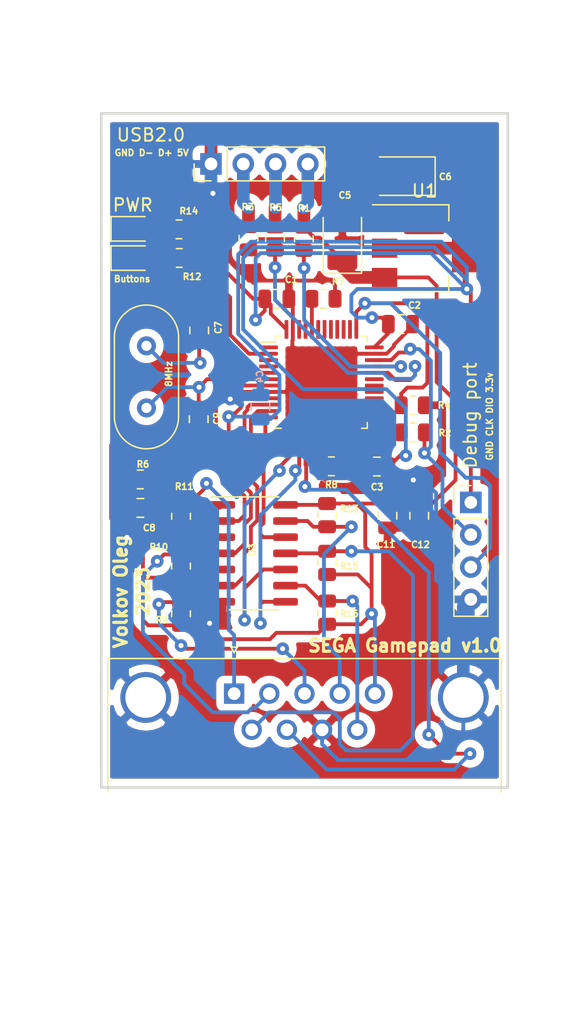
<source format=kicad_pcb>
(kicad_pcb (version 20171130) (host pcbnew "(5.1.12)-1")
  (layers (0 F.Cu signal) (31 B.Cu signal) (34 B.Paste user) (35 F.Paste user) (36 B.SilkS user) (37 F.SilkS user) (38 B.Mask user) (39 F.Mask user) (44 Edge.Cuts user))
  (net 0 "")
  (net 1 GND)
  (net 2 3.3V)
  (net 3 5V)
  (net 4 PD0)
  (net 5 NRST)
  (net 6 PD1)
  (net 7 PA6)
  (net 8 "Net-(D1-Pad2)")
  (net 9 "Net-(D2-Pad2)")
  (net 10 PA13)
  (net 11 PA14)
  (net 12 "Net-(J2-Pad3)")
  (net 13 "Net-(J2-Pad2)")
  (net 14 "Net-(J3-Pad1)")
  (net 15 "Net-(J3-Pad2)")
  (net 16 "Net-(J3-Pad3)")
  (net 17 "Net-(J3-Pad4)")
  (net 18 "Net-(J3-Pad9)")
  (net 19 PA12)
  (net 20 PA11)
  (net 21 BOOT0)
  (net 22 BOOT1)
  (net 23 LED)
  (net 24 PA4)
  (net 25 PA5)
  (net 26 "Net-(J3-Pad6)")
  (net 27 PA0)
  (net 28 PA1)
  (net 29 PA2)
  (net 30 PA3)
  (module Connector_Dsub:DSUB-9_Male_Horizontal_P2.77x2.84mm_EdgePinOffset4.94mm_Housed_MountingHolesOffset7.48mm (layer F.Cu) (at 174.18 82.03)
    (fp_text reference "SEGA Gamepad v1.0" (at 13.44 -3.78) (layer F.SilkS) (effects (font (thickness 0.25))))
    (fp_text value SEGA)
    (pad 1 thru_hole rect (at 0 0) (size 1.6 1.6) (drill 1) (layers *.Cu *.Mask) (net 14 "Net-(J3-Pad1)"))
    (pad 2 thru_hole circle (at 2.77 0) (size 1.6 1.6) (drill 1) (layers *.Cu *.Mask) (net 15 "Net-(J3-Pad2)"))
    (pad 3 thru_hole circle (at 5.54 0) (size 1.6 1.6) (drill 1) (layers *.Cu *.Mask) (net 16 "Net-(J3-Pad3)"))
    (pad 4 thru_hole circle (at 8.31 0) (size 1.6 1.6) (drill 1) (layers *.Cu *.Mask) (net 17 "Net-(J3-Pad4)"))
    (pad 5 thru_hole circle (at 11.08 0) (size 1.6 1.6) (drill 1) (layers *.Cu *.Mask) (net 3 5V))
    (pad 6 thru_hole circle (at 1.385 2.84) (size 1.6 1.6) (drill 1) (layers *.Cu *.Mask) (net 26 "Net-(J3-Pad6)"))
    (pad 7 thru_hole circle (at 4.155 2.84) (size 1.6 1.6) (drill 1) (layers *.Cu *.Mask) (net 7 PA6))
    (pad 8 thru_hole circle (at 6.925 2.84) (size 1.6 1.6) (drill 1) (layers *.Cu *.Mask) (net 1 GND))
    (pad 9 thru_hole circle (at 9.695 2.84) (size 1.6 1.6) (drill 1) (layers *.Cu *.Mask) (net 18 "Net-(J3-Pad9)"))
    (pad 0 thru_hole circle (at -6.96 0.3) (size 4 4) (drill 3.2) (layers *.Cu *.Mask) (net 1 GND))
    (pad 0 thru_hole circle (at 18.04 0.3) (size 4 4) (drill 3.2) (layers *.Cu *.Mask) (net 1 GND))
  )
  (module Resistor_SMD:R_0805_2012Metric (layer F.Cu) (at 170 75.75 90)
    (fp_text reference R9 (at -0.5 -1.5) (layer F.SilkS) (effects (font (size 0.5 0.5) (thickness 0.125))))
    (fp_text value 100k)
    (pad 1 smd roundrect (at -0.9125 0 90) (size 1.025 1.4) (layers F.Cu F.Paste F.Mask) (roundrect_rratio 0.243902) (net 3 5V))
    (pad 2 smd roundrect (at 0.9125 0 90) (size 1.025 1.4) (layers F.Cu F.Paste F.Mask) (roundrect_rratio 0.243902) (net 16 "Net-(J3-Pad3)"))
  )
  (module Resistor_SMD:R_0805_2012Metric (layer F.Cu) (at 170 68.0875 90)
    (fp_text reference R11 (at 2.3375 0.25) (layer F.SilkS) (effects (font (size 0.5 0.5) (thickness 0.125))))
    (fp_text value 100k)
    (pad 1 smd roundrect (at -0.9125 0 90) (size 1.025 1.4) (layers F.Cu F.Paste F.Mask) (roundrect_rratio 0.243902) (net 3 5V))
    (pad 2 smd roundrect (at 0.9125 0 90) (size 1.025 1.4) (layers F.Cu F.Paste F.Mask) (roundrect_rratio 0.243902) (net 14 "Net-(J3-Pad1)"))
  )
  (module Resistor_SMD:R_0805_2012Metric (layer F.Cu) (at 181.5 68 90)
    (fp_text reference R13 (at 0.5 1.75) (layer F.SilkS) (effects (font (size 0.5 0.5) (thickness 0.125))))
    (fp_text value 100k)
    (pad 2 smd roundrect (at 0.9125 0 90) (size 1.025 1.4) (layers F.Cu F.Paste F.Mask) (roundrect_rratio 0.243902) (net 3 5V))
    (pad 1 smd roundrect (at -0.9125 0 90) (size 1.025 1.4) (layers F.Cu F.Paste F.Mask) (roundrect_rratio 0.243902) (net 17 "Net-(J3-Pad4)"))
  )
  (module Connector_PinHeader_2.54mm:PinHeader_1x04_P2.54mm_Vertical (layer F.Cu) (at 172.36 40.39 90)
    (fp_text reference USB2.0 (at 2.28 -4.73) (layer F.SilkS))
    (fp_text value "Serial wire")
    (pad 4 thru_hole oval (at 0 7.62 90) (size 1.7 1.7) (drill 1) (layers *.Cu *.Mask) (net 3 5V))
    (pad 3 thru_hole oval (at 0 5.08 90) (size 1.7 1.7) (drill 1) (layers *.Cu *.Mask) (net 13 "Net-(J2-Pad2)"))
    (pad 2 thru_hole oval (at 0 2.54 90) (size 1.7 1.7) (drill 1) (layers *.Cu *.Mask) (net 12 "Net-(J2-Pad3)"))
    (pad 1 thru_hole rect (at 0 0 90) (size 1.7 1.7) (drill 1) (layers *.Cu *.Mask) (net 1 GND))
  )
  (module Capacitor_SMD:C_0805_2012Metric (layer F.Cu) (at 188.75 68.05 270)
    (fp_text reference C12 (at 2.27 -0.1) (layer F.SilkS) (effects (font (size 0.5 0.5) (thickness 0.125))))
    (fp_text value 10uF)
    (pad 1 smd roundrect (at -0.95 0 270) (size 1 1.45) (layers F.Cu F.Paste F.Mask) (net 3 5V))
    (pad 2 smd roundrect (at 0.95 0 270) (size 1 1.45) (layers F.Cu F.Paste F.Mask) (net 1 GND))
  )
  (module Capacitor_SMD:C_0805_2012Metric (layer F.Cu) (at 177.54 50.99)
    (fp_text reference C1 (at 1.14 -1.51) (layer F.SilkS) (effects (font (size 0.5 0.5) (thickness 0.125))))
    (fp_text value 0.1uF)
    (pad 2 smd roundrect (at 0.95 0) (size 1 1.45) (layers F.Cu F.Paste F.Mask) (net 1 GND))
    (pad 1 smd roundrect (at -0.95 0) (size 1 1.45) (layers F.Cu F.Paste F.Mask) (net 2 3.3V))
  )
  (module Capacitor_SMD:C_0805_2012Metric (layer F.Cu) (at 187.27 52.98)
    (fp_text reference C2 (at 1.11 -1.48) (layer F.SilkS) (effects (font (size 0.5 0.5) (thickness 0.125))))
    (fp_text value 0.1uF)
    (pad 1 smd roundrect (at -0.95 0) (size 1 1.45) (layers F.Cu F.Paste F.Mask) (net 2 3.3V))
    (pad 2 smd roundrect (at 0.95 0) (size 1 1.45) (layers F.Cu F.Paste F.Mask) (net 1 GND))
  )
  (module Capacitor_SMD:C_0805_2012Metric (layer F.Cu) (at 185.42 64.18 180)
    (fp_text reference C3 (at -0.01 -1.61) (layer F.SilkS) (effects (font (size 0.5 0.5) (thickness 0.125))))
    (fp_text value 0.1uF)
    (pad 2 smd roundrect (at 0.95 0 180) (size 1 1.45) (layers F.Cu F.Paste F.Mask) (net 1 GND))
    (pad 1 smd roundrect (at -0.95 0 180) (size 1 1.45) (layers F.Cu F.Paste F.Mask) (net 2 3.3V))
  )
  (module Capacitor_SMD:C_0805_2012Metric (layer B.Cu) (at 176.25 59.5 90)
    (fp_text reference C4 (at 2.39 -0.05 270) (layer B.SilkS) (effects (font (size 0.5 0.5) (thickness 0.125)) (justify mirror)))
    (fp_text value 0.1uF)
    (pad 1 smd roundrect (at -0.95 0 90) (size 1 1.45) (layers B.Cu B.Paste B.Mask) (net 2 3.3V))
    (pad 2 smd roundrect (at 0.95 0 90) (size 1 1.45) (layers B.Cu B.Paste B.Mask) (net 1 GND))
  )
  (module Capacitor_Tantalum_SMD:CP_EIA-3528-21_Kemet-B_Pad1.50x2.35mm_HandSolder (layer F.Cu) (at 182.7 46.35 90)
    (fp_text reference C5 (at 3.5 0.2 180) (layer F.SilkS) (effects (font (size 0.5 0.5) (thickness 0.125))))
    (fp_text value 47uF)
    (pad 1 smd roundrect (at -1.625 0 90) (size 1.5 2.35) (layers F.Cu F.Paste F.Mask) (roundrect_rratio 0.1666666666666667) (net 3 5V))
    (pad 2 smd roundrect (at 1.625 0 90) (size 1.5 2.35) (layers F.Cu F.Paste F.Mask) (roundrect_rratio 0.1666666666666667) (net 1 GND))
  )
  (module Capacitor_Tantalum_SMD:CP_EIA-3528-21_Kemet-B_Pad1.50x2.35mm_HandSolder (layer F.Cu) (at 187.37 41.35 180)
    (fp_text reference C6 (at -3.44 -0.04) (layer F.SilkS) (effects (font (size 0.5 0.5) (thickness 0.125))))
    (fp_text value 47uF)
    (pad 2 smd roundrect (at 1.625 0 180) (size 1.5 2.35) (layers F.Cu F.Paste F.Mask) (roundrect_rratio 0.1666666666666667) (net 1 GND))
    (pad 1 smd roundrect (at -1.625 0 180) (size 1.5 2.35) (layers F.Cu F.Paste F.Mask) (roundrect_rratio 0.1666666666666667) (net 2 3.3V))
  )
  (module Capacitor_SMD:C_0805_2012Metric (layer F.Cu) (at 171.43 53.48 270)
    (fp_text reference C7 (at -0.22 -1.5 90) (layer F.SilkS) (effects (font (size 0.5 0.5) (thickness 0.125))))
    (fp_text value 30pF)
    (pad 2 smd roundrect (at 0.95 0 270) (size 1 1.45) (layers F.Cu F.Paste F.Mask) (net 4 PD0))
    (pad 1 smd roundrect (at -0.95 0 270) (size 1 1.45) (layers F.Cu F.Paste F.Mask) (net 1 GND))
  )
  (module Capacitor_SMD:C_0805_2012Metric (layer F.Cu) (at 166.8 67.43)
    (fp_text reference C8 (at 0.7 1.57) (layer F.SilkS) (effects (font (size 0.5 0.5) (thickness 0.125))))
    (fp_text value 0.1uF)
    (pad 2 smd roundrect (at 0.95 0) (size 1 1.45) (layers F.Cu F.Paste F.Mask) (net 1 GND))
    (pad 1 smd roundrect (at -0.95 0) (size 1 1.45) (layers F.Cu F.Paste F.Mask) (net 5 NRST))
  )
  (module Capacitor_SMD:C_0805_2012Metric (layer F.Cu) (at 171.39 60.46 90)
    (fp_text reference C9 (at 0.06 1.45 90) (layer F.SilkS) (effects (font (size 0.5 0.5) (thickness 0.125))))
    (fp_text value 30pF)
    (pad 1 smd roundrect (at -0.95 0 90) (size 1 1.45) (layers F.Cu F.Paste F.Mask) (net 1 GND))
    (pad 2 smd roundrect (at 0.95 0 90) (size 1 1.45) (layers F.Cu F.Paste F.Mask) (net 6 PD1))
  )
  (module Capacitor_SMD:C_0805_2012Metric (layer F.Cu) (at 186.25 68.05 270)
    (fp_text reference C11 (at 2.25 0.11 180) (layer F.SilkS) (effects (font (size 0.5 0.5) (thickness 0.125))))
    (fp_text value 0.1uF)
    (pad 1 smd roundrect (at -0.95 0 270) (size 1 1.45) (layers F.Cu F.Paste F.Mask) (net 3 5V))
    (pad 2 smd roundrect (at 0.95 0 270) (size 1 1.45) (layers F.Cu F.Paste F.Mask) (net 1 GND))
  )
  (module LED_SMD:LED_0805_2012Metric (layer F.Cu) (at 166.1725 47.79)
    (fp_text reference Buttons (at -0.0225 1.64) (layer F.SilkS) (effects (font (size 0.5 0.5) (thickness 0.125))))
    (fp_text value LED)
    (pad 1 smd roundrect (at -0.9375 0) (size 0.975 1.4) (layers F.Cu F.Paste F.Mask) (net 1 GND))
    (pad 2 smd roundrect (at 0.9375 0) (size 0.975 1.4) (layers F.Cu F.Paste F.Mask) (net 8 "Net-(D1-Pad2)"))
  )
  (module LED_SMD:LED_0805_2012Metric (layer F.Cu) (at 166.1725 45.49)
    (fp_text reference PWR (at 0.0275 -1.87) (layer F.SilkS))
    (fp_text value LED)
    (pad 2 smd roundrect (at 0.9375 0) (size 0.975 1.4) (layers F.Cu F.Paste F.Mask) (net 9 "Net-(D2-Pad2)"))
    (pad 1 smd roundrect (at -0.9375 0) (size 0.975 1.4) (layers F.Cu F.Paste F.Mask) (net 1 GND))
  )
  (module Resistor_SMD:R_0805_2012Metric (layer F.Cu) (at 179.67 46.27 90)
    (fp_text reference R1 (at 2.4 0.02 180) (layer F.SilkS) (effects (font (size 0.5 0.5) (thickness 0.125))))
    (fp_text value 10k)
    (pad 2 smd roundrect (at 0.9125 0 90) (size 1.025 1.4) (layers F.Cu F.Paste F.Mask) (roundrect_rratio 0.2439014634146341) (net 3 5V))
    (pad 1 smd roundrect (at -0.9125 0 90) (size 1.025 1.4) (layers F.Cu F.Paste F.Mask) (roundrect_rratio 0.2439014634146341) (net 19 PA12))
  )
  (module Resistor_SMD:R_0805_2012Metric (layer F.Cu) (at 188.2525 61.49 180)
    (fp_text reference R2 (at -2.5175 -0.04) (layer F.SilkS) (effects (font (size 0.5 0.5) (thickness 0.125))))
    (fp_text value 10k)
    (pad 2 smd roundrect (at 0.9125 0 180) (size 1.025 1.4) (layers F.Cu F.Paste F.Mask) (roundrect_rratio 0.2439014634146341) (net 2 3.3V))
    (pad 1 smd roundrect (at -0.9125 0 180) (size 1.025 1.4) (layers F.Cu F.Paste F.Mask) (roundrect_rratio 0.2439014634146341) (net 10 PA13))
  )
  (module Resistor_SMD:R_0805_2012Metric (layer F.Cu) (at 175.31 46.23 90)
    (fp_text reference R3 (at 2.46 -0.05 180) (layer F.SilkS) (effects (font (size 0.5 0.5) (thickness 0.125))))
    (fp_text value 20)
    (pad 2 smd roundrect (at 0.9125 0 90) (size 1.025 1.4) (layers F.Cu F.Paste F.Mask) (roundrect_rratio 0.2439014634146341) (net 12 "Net-(J2-Pad3)"))
    (pad 1 smd roundrect (at -0.9125 0 90) (size 1.025 1.4) (layers F.Cu F.Paste F.Mask) (roundrect_rratio 0.2439014634146341) (net 19 PA12))
  )
  (module Resistor_SMD:R_0805_2012Metric (layer F.Cu) (at 188.2425 59.36 180)
    (fp_text reference R4 (at -2.4675 0) (layer F.SilkS) (effects (font (size 0.5 0.5) (thickness 0.125))))
    (fp_text value 10k)
    (pad 1 smd roundrect (at -0.9125 0 180) (size 1.025 1.4) (layers F.Cu F.Paste F.Mask) (roundrect_rratio 0.2439014634146341) (net 1 GND))
    (pad 2 smd roundrect (at 0.9125 0 180) (size 1.025 1.4) (layers F.Cu F.Paste F.Mask) (roundrect_rratio 0.2439014634146341) (net 11 PA14))
  )
  (module Resistor_SMD:R_0805_2012Metric (layer F.Cu) (at 177.4 46.25 90)
    (fp_text reference R5 (at 2.44 0.05 180) (layer F.SilkS) (effects (font (size 0.5 0.5) (thickness 0.125))))
    (fp_text value 20)
    (pad 1 smd roundrect (at -0.9125 0 90) (size 1.025 1.4) (layers F.Cu F.Paste F.Mask) (roundrect_rratio 0.2439014634146341) (net 20 PA11))
    (pad 2 smd roundrect (at 0.9125 0 90) (size 1.025 1.4) (layers F.Cu F.Paste F.Mask) (roundrect_rratio 0.2439014634146341) (net 13 "Net-(J2-Pad2)"))
  )
  (module Resistor_SMD:R_0805_2012Metric (layer F.Cu) (at 166.7875 65.19)
    (fp_text reference R6 (at 0.2125 -1.19) (layer F.SilkS) (effects (font (size 0.5 0.5) (thickness 0.125))))
    (fp_text value 10k)
    (pad 2 smd roundrect (at 0.9125 0) (size 1.025 1.4) (layers F.Cu F.Paste F.Mask) (roundrect_rratio 0.2439014634146341) (net 2 3.3V))
    (pad 1 smd roundrect (at -0.9125 0) (size 1.025 1.4) (layers F.Cu F.Paste F.Mask) (roundrect_rratio 0.2439014634146341) (net 5 NRST))
  )
  (module Resistor_SMD:R_0805_2012Metric (layer F.Cu) (at 181.21 50.99 180)
    (fp_text reference R7 (at -1.17 1.37) (layer F.SilkS) (effects (font (size 0.5 0.5) (thickness 0.125))))
    (fp_text value 10k)
    (pad 2 smd roundrect (at 0.9125 0 180) (size 1.025 1.4) (layers F.Cu F.Paste F.Mask) (roundrect_rratio 0.2439014634146341) (net 21 BOOT0))
    (pad 1 smd roundrect (at -0.9125 0 180) (size 1.025 1.4) (layers F.Cu F.Paste F.Mask) (roundrect_rratio 0.2439014634146341) (net 1 GND))
  )
  (module Resistor_SMD:R_0805_2012Metric (layer F.Cu) (at 181.8375 64.16)
    (fp_text reference R8 (at 0 1.45) (layer F.SilkS) (effects (font (size 0.5 0.5) (thickness 0.125))))
    (fp_text value 10k)
    (pad 1 smd roundrect (at -0.9125 0) (size 1.025 1.4) (layers F.Cu F.Paste F.Mask) (roundrect_rratio 0.2439014634146341) (net 1 GND))
    (pad 2 smd roundrect (at 0.9125 0) (size 1.025 1.4) (layers F.Cu F.Paste F.Mask) (roundrect_rratio 0.2439014634146341) (net 22 BOOT1))
  )
  (module Resistor_SMD:R_0805_2012Metric (layer F.Cu) (at 169.86 47.78 180)
    (fp_text reference R12 (at -1.01 -1.47) (layer F.SilkS) (effects (font (size 0.5 0.5) (thickness 0.125))))
    (fp_text value 1k)
    (pad 2 smd roundrect (at 0.9125 0 180) (size 1.025 1.4) (layers F.Cu F.Paste F.Mask) (roundrect_rratio 0.2439014634146341) (net 8 "Net-(D1-Pad2)"))
    (pad 1 smd roundrect (at -0.9125 0 180) (size 1.025 1.4) (layers F.Cu F.Paste F.Mask) (roundrect_rratio 0.2439014634146341) (net 23 LED))
  )
  (module Resistor_SMD:R_0805_2012Metric (layer F.Cu) (at 169.8375 45.53 180)
    (fp_text reference R14 (at -0.7725 1.44) (layer F.SilkS) (effects (font (size 0.5 0.5) (thickness 0.125))))
    (fp_text value 1k)
    (pad 1 smd roundrect (at -0.9125 0 180) (size 1.025 1.4) (layers F.Cu F.Paste F.Mask) (roundrect_rratio 0.2439014634146341) (net 2 3.3V))
    (pad 2 smd roundrect (at 0.9125 0 180) (size 1.025 1.4) (layers F.Cu F.Paste F.Mask) (roundrect_rratio 0.2439014634146341) (net 9 "Net-(D2-Pad2)"))
  )
  (module Package_TO_SOT_SMD:SOT-223-3_TabPin2 (layer F.Cu) (at 189.17 47.01)
    (fp_text reference U1 (at 0 -4.5 -180) (layer F.SilkS))
    (fp_text value AMS1117-3.3)
    (pad 2 smd rect (at 3.15 0) (size 2 3.8) (layers F.Cu F.Paste F.Mask) (net 2 3.3V))
    (pad 2 smd rect (at -3.15 0) (size 2 1.5) (layers F.Cu F.Paste F.Mask) (net 2 3.3V))
    (pad 3 smd rect (at -3.15 2.3) (size 2 1.5) (layers F.Cu F.Paste F.Mask) (net 3 5V))
    (pad 1 smd rect (at -3.15 -2.3) (size 2 1.5) (layers F.Cu F.Paste F.Mask) (net 1 GND))
  )
  (module Package_QFP:LQFP-48_7x7mm_P0.5mm (layer F.Cu) (at 181.05 57.56)
    (fp_text reference STM32F103 hide)
    (fp_text value STM32F103C8Tx)
    (pad 1 smd roundrect (at -4.1625 -2.75) (size 1.475 0.3) (layers F.Cu F.Paste F.Mask))
    (pad 2 smd roundrect (at -4.1625 -2.25) (size 1.475 0.3) (layers F.Cu F.Paste F.Mask) (net 23 LED))
    (pad 3 smd roundrect (at -4.1625 -1.75) (size 1.475 0.3) (layers F.Cu F.Paste F.Mask))
    (pad 4 smd roundrect (at -4.1625 -1.25) (size 1.475 0.3) (layers F.Cu F.Paste F.Mask))
    (pad 5 smd roundrect (at -4.1625 -0.75) (size 1.475 0.3) (layers F.Cu F.Paste F.Mask) (net 4 PD0))
    (pad 6 smd roundrect (at -4.1625 -0.25) (size 1.475 0.3) (layers F.Cu F.Paste F.Mask) (net 6 PD1))
    (pad 7 smd roundrect (at -4.1625 0.25) (size 1.475 0.3) (layers F.Cu F.Paste F.Mask) (net 5 NRST))
    (pad 8 smd roundrect (at -4.1625 0.75) (size 1.475 0.3) (layers F.Cu F.Paste F.Mask) (net 1 GND))
    (pad 9 smd roundrect (at -4.1625 1.25) (size 1.475 0.3) (layers F.Cu F.Paste F.Mask) (net 2 3.3V))
    (pad 10 smd roundrect (at -4.1625 1.75) (size 1.475 0.3) (layers F.Cu F.Paste F.Mask) (net 27 PA0))
    (pad 11 smd roundrect (at -4.1625 2.25) (size 1.475 0.3) (layers F.Cu F.Paste F.Mask) (net 28 PA1))
    (pad 12 smd roundrect (at -4.1625 2.75) (size 1.475 0.3) (layers F.Cu F.Paste F.Mask) (net 29 PA2))
    (pad 13 smd roundrect (at -2.75 4.1625) (size 0.3 1.475) (layers F.Cu F.Paste F.Mask) (net 30 PA3))
    (pad 14 smd roundrect (at -2.25 4.1625) (size 0.3 1.475) (layers F.Cu F.Paste F.Mask) (net 24 PA4))
    (pad 15 smd roundrect (at -1.75 4.1625) (size 0.3 1.475) (layers F.Cu F.Paste F.Mask) (net 25 PA5))
    (pad 16 smd roundrect (at -1.25 4.1625) (size 0.3 1.475) (layers F.Cu F.Paste F.Mask) (net 7 PA6))
    (pad 17 smd roundrect (at -0.75 4.1625) (size 0.3 1.475) (layers F.Cu F.Paste F.Mask))
    (pad 18 smd roundrect (at -0.25 4.1625) (size 0.3 1.475) (layers F.Cu F.Paste F.Mask))
    (pad 19 smd roundrect (at 0.25 4.1625) (size 0.3 1.475) (layers F.Cu F.Paste F.Mask))
    (pad 20 smd roundrect (at 0.75 4.1625) (size 0.3 1.475) (layers F.Cu F.Paste F.Mask) (net 22 BOOT1))
    (pad 21 smd roundrect (at 1.25 4.1625) (size 0.3 1.475) (layers F.Cu F.Paste F.Mask))
    (pad 22 smd roundrect (at 1.75 4.1625) (size 0.3 1.475) (layers F.Cu F.Paste F.Mask))
    (pad 23 smd roundrect (at 2.25 4.1625) (size 0.3 1.475) (layers F.Cu F.Paste F.Mask) (net 1 GND))
    (pad 24 smd roundrect (at 2.75 4.1625) (size 0.3 1.475) (layers F.Cu F.Paste F.Mask) (net 2 3.3V))
    (pad 25 smd roundrect (at 4.1625 2.75) (size 1.475 0.3) (layers F.Cu F.Paste F.Mask))
    (pad 26 smd roundrect (at 4.1625 2.25) (size 1.475 0.3) (layers F.Cu F.Paste F.Mask))
    (pad 27 smd roundrect (at 4.1625 1.75) (size 1.475 0.3) (layers F.Cu F.Paste F.Mask))
    (pad 28 smd roundrect (at 4.1625 1.25) (size 1.475 0.3) (layers F.Cu F.Paste F.Mask))
    (pad 29 smd roundrect (at 4.1625 0.75) (size 1.475 0.3) (layers F.Cu F.Paste F.Mask))
    (pad 30 smd roundrect (at 4.1625 0.25) (size 1.475 0.3) (layers F.Cu F.Paste F.Mask))
    (pad 31 smd roundrect (at 4.1625 -0.25) (size 1.475 0.3) (layers F.Cu F.Paste F.Mask))
    (pad 32 smd roundrect (at 4.1625 -0.75) (size 1.475 0.3) (layers F.Cu F.Paste F.Mask) (net 20 PA11))
    (pad 33 smd roundrect (at 4.1625 -1.25) (size 1.475 0.3) (layers F.Cu F.Paste F.Mask) (net 19 PA12))
    (pad 34 smd roundrect (at 4.1625 -1.75) (size 1.475 0.3) (layers F.Cu F.Paste F.Mask) (net 10 PA13))
    (pad 35 smd roundrect (at 4.1625 -2.25) (size 1.475 0.3) (layers F.Cu F.Paste F.Mask) (net 1 GND))
    (pad 36 smd roundrect (at 4.1625 -2.75) (size 1.475 0.3) (layers F.Cu F.Paste F.Mask) (net 2 3.3V))
    (pad 37 smd roundrect (at 2.75 -4.1625) (size 0.3 1.475) (layers F.Cu F.Paste F.Mask) (net 11 PA14))
    (pad 38 smd roundrect (at 2.25 -4.1625) (size 0.3 1.475) (layers F.Cu F.Paste F.Mask))
    (pad 39 smd roundrect (at 1.75 -4.1625) (size 0.3 1.475) (layers F.Cu F.Paste F.Mask))
    (pad 40 smd roundrect (at 1.25 -4.1625) (size 0.3 1.475) (layers F.Cu F.Paste F.Mask))
    (pad 41 smd roundrect (at 0.75 -4.1625) (size 0.3 1.475) (layers F.Cu F.Paste F.Mask))
    (pad 42 smd roundrect (at 0.25 -4.1625) (size 0.3 1.475) (layers F.Cu F.Paste F.Mask))
    (pad 43 smd roundrect (at -0.25 -4.1625) (size 0.3 1.475) (layers F.Cu F.Paste F.Mask))
    (pad 44 smd roundrect (at -0.75 -4.1625) (size 0.3 1.475) (layers F.Cu F.Paste F.Mask) (net 21 BOOT0))
    (pad 45 smd roundrect (at -1.25 -4.1625) (size 0.3 1.475) (layers F.Cu F.Paste F.Mask))
    (pad 46 smd roundrect (at -1.75 -4.1625) (size 0.3 1.475) (layers F.Cu F.Paste F.Mask))
    (pad 47 smd roundrect (at -2.25 -4.1625) (size 0.3 1.475) (layers F.Cu F.Paste F.Mask) (net 1 GND))
    (pad 48 smd roundrect (at -2.75 -4.1625) (size 0.3 1.475) (layers F.Cu F.Paste F.Mask) (net 2 3.3V))
  )
  (module Package_SO:SOIC-14_3.9x8.7mm_P1.27mm (layer F.Cu) (at 175.75 71)
    (fp_text reference U3 (at -0.125 -0.28 270) (layer F.SilkS) (effects (font (size 0.5 0.5) (thickness 0.125))))
    (fp_text value 74HC14)
    (pad 1 smd roundrect (at -2.475 -3.81) (size 1.95 0.6) (layers F.Cu F.Paste F.Mask) (net 14 "Net-(J3-Pad1)"))
    (pad 2 smd roundrect (at -2.475 -2.54) (size 1.95 0.6) (layers F.Cu F.Paste F.Mask) (net 27 PA0))
    (pad 3 smd roundrect (at -2.475 -1.27) (size 1.95 0.6) (layers F.Cu F.Paste F.Mask) (net 15 "Net-(J3-Pad2)"))
    (pad 4 smd roundrect (at -2.475 0) (size 1.95 0.6) (layers F.Cu F.Paste F.Mask) (net 28 PA1))
    (pad 5 smd roundrect (at -2.475 1.27) (size 1.95 0.6) (layers F.Cu F.Paste F.Mask) (net 16 "Net-(J3-Pad3)"))
    (pad 6 smd roundrect (at -2.475 2.54) (size 1.95 0.6) (layers F.Cu F.Paste F.Mask) (net 29 PA2))
    (pad 7 smd roundrect (at -2.475 3.81) (size 1.95 0.6) (layers F.Cu F.Paste F.Mask) (net 1 GND))
    (pad 8 smd roundrect (at 2.475 3.81) (size 1.95 0.6) (layers F.Cu F.Paste F.Mask) (net 25 PA5))
    (pad 9 smd roundrect (at 2.475 2.54) (size 1.95 0.6) (layers F.Cu F.Paste F.Mask) (net 18 "Net-(J3-Pad9)"))
    (pad 10 smd roundrect (at 2.475 1.27) (size 1.95 0.6) (layers F.Cu F.Paste F.Mask) (net 24 PA4))
    (pad 11 smd roundrect (at 2.475 0) (size 1.95 0.6) (layers F.Cu F.Paste F.Mask) (net 26 "Net-(J3-Pad6)"))
    (pad 12 smd roundrect (at 2.475 -1.27) (size 1.95 0.6) (layers F.Cu F.Paste F.Mask) (net 30 PA3))
    (pad 13 smd roundrect (at 2.475 -2.54) (size 1.95 0.6) (layers F.Cu F.Paste F.Mask) (net 17 "Net-(J3-Pad4)"))
    (pad 14 smd roundrect (at 2.475 -3.81) (size 1.95 0.6) (layers F.Cu F.Paste F.Mask) (net 3 5V))
  )
  (module Crystal:Crystal_HC49-U_Vertical (layer F.Cu) (at 167.28 54.69 270)
    (fp_text reference 8MHz (at 2.21 -1.76 90) (layer F.SilkS) (effects (font (size 0.5 0.5) (thickness 0.125))))
    (fp_text value 8MHz)
    (pad 1 thru_hole circle (at 0 0 270) (size 1.5 1.5) (drill 0.8) (layers *.Cu *.Mask) (net 4 PD0))
    (pad 2 thru_hole circle (at 4.88 0 270) (size 1.5 1.5) (drill 0.8) (layers *.Cu *.Mask) (net 6 PD1))
  )
  (module Connector_PinHeader_2.54mm:PinHeader_1x04_P2.54mm_Vertical (layer F.Cu) (at 192.81 67)
    (fp_text reference "Debug port" (at -0.05 -6.84 90) (layer F.SilkS))
    (fp_text value "Serial wire")
    (pad 1 thru_hole rect (at 0 0) (size 1.7 1.7) (drill 1) (layers *.Cu *.Mask) (net 2 3.3V))
    (pad 2 thru_hole oval (at 0 2.54) (size 1.7 1.7) (drill 1) (layers *.Cu *.Mask) (net 10 PA13))
    (pad 3 thru_hole oval (at 0 5.08) (size 1.7 1.7) (drill 1) (layers *.Cu *.Mask) (net 11 PA14))
    (pad 4 thru_hole oval (at 0 7.62) (size 1.7 1.7) (drill 1) (layers *.Cu *.Mask) (net 1 GND))
  )
  (module Resistor_SMD:R_0805_2012Metric (layer F.Cu) (at 170 72 90)
    (fp_text reference R10 (at 1.5 -1.75) (layer F.SilkS) (effects (font (size 0.5 0.5) (thickness 0.125))))
    (fp_text value 100k)
    (pad 2 smd roundrect (at 0.9125 0 90) (size 1.025 1.4) (layers F.Cu F.Paste F.Mask) (roundrect_rratio 0.243902) (net 15 "Net-(J3-Pad2)"))
    (pad 1 smd roundrect (at -0.9125 0 90) (size 1.025 1.4) (layers F.Cu F.Paste F.Mask) (roundrect_rratio 0.243902) (net 3 5V))
  )
  (module Resistor_SMD:R_0805_2012Metric (layer F.Cu) (at 181.5 71.75 270)
    (fp_text reference R15 (at 0.25 -1.75 180) (layer F.SilkS) (effects (font (size 0.5 0.5) (thickness 0.125))))
    (fp_text value 100k)
    (pad 1 smd roundrect (at -0.9125 0 270) (size 1.025 1.4) (layers F.Cu F.Paste F.Mask) (roundrect_rratio 0.243902) (net 26 "Net-(J3-Pad6)"))
    (pad 2 smd roundrect (at 0.9125 0 270) (size 1.025 1.4) (layers F.Cu F.Paste F.Mask) (roundrect_rratio 0.243902) (net 3 5V))
  )
  (module Resistor_SMD:R_0805_2012Metric (layer F.Cu) (at 181.5 75.6625 270)
    (fp_text reference R16 (at 0.0875 -1.75 180) (layer F.SilkS) (effects (font (size 0.5 0.5) (thickness 0.125))))
    (fp_text value 100k)
    (pad 2 smd roundrect (at 0.9125 0 270) (size 1.025 1.4) (layers F.Cu F.Paste F.Mask) (roundrect_rratio 0.243902) (net 3 5V))
    (pad 1 smd roundrect (at -0.9125 0 270) (size 1.025 1.4) (layers F.Cu F.Paste F.Mask) (roundrect_rratio 0.243902) (net 18 "Net-(J3-Pad9)"))
  )
  (gr_text "GND D- D+ 5V" (at 167.69 39.51) (layer F.SilkS) (effects (font (size 0.5 0.5) (thickness 0.125))))
  (gr_text 2023 (at 167 74 90) (layer F.SilkS) (effects (font (size 1 1) (thickness 0.25))))
  (gr_text "Volkov Oleg" (at 165.25 74 90) (layer F.SilkS) (effects (font (size 1 1) (thickness 0.25))))
  (gr_text "GND CLK DIO 3.3v" (at 194.29 60.24 90) (layer F.SilkS) (effects (font (size 0.5 0.5) (thickness 0.125))))
  (gr_line (start 195.72 36.41) (end 163.72 36.41) (layer Edge.Cuts) (width 0.2))
  (gr_line (start 195.72 89.41) (end 195.72 36.41) (layer Edge.Cuts) (width 0.2))
  (gr_line (start 163.72 89.41) (end 195.72 89.41) (layer Edge.Cuts) (width 0.2))
  (gr_line (start 163.72 36.41) (end 163.72 89.41) (layer Edge.Cuts) (width 0.2))
  (segment (start 178.8 51.3) (end 178.49 50.99) (width 0.3) (layer F.Cu) (net 1))
  (segment (start 178.8 53.3975) (end 178.8 51.3) (width 0.3) (layer F.Cu) (net 1))
  (segment (start 176.8875 58.31) (end 178.25 58.31) (width 0.3) (layer F.Cu) (net 1))
  (segment (start 178.25 58.31) (end 178.76 57.8) (width 0.3) (layer F.Cu) (net 1))
  (segment (start 178.82 55.31) (end 178.76 55.37) (width 0.3) (layer F.Cu) (net 1))
  (segment (start 178.76 57.8) (end 178.76 55.37) (width 0.3) (layer F.Cu) (net 1))
  (segment (start 182.21 58.31) (end 178.25 58.31) (width 0.3) (layer F.Cu) (net 1))
  (segment (start 183.3 59.4) (end 182.21 58.31) (width 0.3) (layer F.Cu) (net 1))
  (segment (start 184.47 55.31) (end 183.6 55.31) (width 0.3) (layer F.Cu) (net 1))
  (segment (start 185.2125 55.31) (end 184.47 55.31) (width 0.3) (layer F.Cu) (net 1))
  (segment (start 184.47 55.31) (end 178.82 55.31) (width 0.3) (layer F.Cu) (net 1))
  (segment (start 183.6 55.31) (end 183.3 55.61) (width 0.3) (layer F.Cu) (net 1))
  (segment (start 183.3 55.61) (end 183.3 59.66) (width 0.3) (layer F.Cu) (net 1))
  (segment (start 183.3 59.66) (end 183.3 59.4) (width 0.3) (layer F.Cu) (net 1))
  (segment (start 183.3 61.7225) (end 183.3 59.66) (width 0.3) (layer F.Cu) (net 1))
  (segment (start 180.925 64.16) (end 180.925 64.805) (width 0.3) (layer F.Cu) (net 1))
  (segment (start 180.925 64.805) (end 181.74 65.62) (width 0.3) (layer F.Cu) (net 1))
  (segment (start 184.47 65.08) (end 184.47 64.18) (width 0.3) (layer F.Cu) (net 1))
  (segment (start 183.93 65.62) (end 184.47 65.08) (width 0.3) (layer F.Cu) (net 1))
  (segment (start 178.49 50.99) (end 178.49 49.9) (width 0.3) (layer F.Cu) (net 1))
  (segment (start 178.49 49.9) (end 178.83 49.56) (width 0.3) (layer F.Cu) (net 1))
  (segment (start 182.1225 49.7825) (end 182.1225 50.99) (width 0.3) (layer F.Cu) (net 1))
  (segment (start 181.9 49.56) (end 182.1225 49.7825) (width 0.3) (layer F.Cu) (net 1))
  (segment (start 183.3 61.7225) (end 183.3 62.88) (width 0.3) (layer F.Cu) (net 1))
  (segment (start 183.3 62.88) (end 183.59 63.17) (width 0.3) (layer F.Cu) (net 1))
  (segment (start 183.59 63.17) (end 184.19 63.17) (width 0.3) (layer F.Cu) (net 1))
  (segment (start 184.47 63.45) (end 184.47 64.18) (width 0.3) (layer F.Cu) (net 1))
  (segment (start 184.19 63.17) (end 184.47 63.45) (width 0.3) (layer F.Cu) (net 1))
  (segment (start 185.2125 55.31) (end 186.18 55.31) (width 0.3) (layer F.Cu) (net 1))
  (segment (start 183.77 65.62) (end 187.9 65.62) (width 0.3) (layer F.Cu) (net 1))
  (segment (start 181.74 65.62) (end 183.77 65.62) (width 0.3) (layer F.Cu) (net 1))
  (segment (start 183.77 65.62) (end 183.93 65.62) (width 0.3) (layer F.Cu) (net 1))
  (segment (start 187.9 65.62) (end 188.285 65.235) (width 0.3) (layer F.Cu) (net 1))
  (segment (start 188.285 65.235) (end 188.38 65.14) (width 0.3) (layer F.Cu) (net 1))
  (via (at 188.285 65.235) (size 1) (drill 0.4) (layers F.Cu B.Cu) (net 1))
  (segment (start 165.235 45.49) (end 165.235 47.79) (width 0.3) (layer F.Cu) (net 1))
  (segment (start 186.005 44.725) (end 186.02 44.71) (width 1) (layer F.Cu) (net 1))
  (segment (start 182.7 44.725) (end 186.005 44.725) (width 1) (layer F.Cu) (net 1))
  (segment (start 192.22 82.33) (end 192.22 75.21) (width 1) (layer B.Cu) (net 1))
  (segment (start 188.285 65.235) (end 189.055 65.235) (width 0.3) (layer B.Cu) (net 1))
  (segment (start 189.055 65.235) (end 190.08 66.26) (width 0.3) (layer B.Cu) (net 1))
  (segment (start 190.08 73.07) (end 192.22 75.21) (width 0.3) (layer B.Cu) (net 1))
  (segment (start 190.08 66.26) (end 190.08 73.07) (width 0.3) (layer B.Cu) (net 1))
  (segment (start 192.81 74.62) (end 192.22 75.21) (width 1) (layer B.Cu) (net 1))
  (segment (start 188.285 65.235) (end 189.915 65.235) (width 0.3) (layer F.Cu) (net 1))
  (segment (start 189.915 65.235) (end 190.63 64.52) (width 0.3) (layer F.Cu) (net 1))
  (segment (start 190.63 64.52) (end 190.63 59.57) (width 0.3) (layer F.Cu) (net 1))
  (segment (start 190.42 59.36) (end 189.155 59.36) (width 0.3) (layer F.Cu) (net 1))
  (segment (start 190.63 59.57) (end 190.42 59.36) (width 0.3) (layer F.Cu) (net 1))
  (segment (start 171.43 52.53) (end 171.43 51.45) (width 0.3) (layer F.Cu) (net 1))
  (segment (start 171.43 51.45) (end 169.94 49.96) (width 0.3) (layer F.Cu) (net 1))
  (segment (start 169.94 49.96) (end 166.3 49.96) (width 0.3) (layer F.Cu) (net 1))
  (segment (start 165.235 48.895) (end 165.235 47.79) (width 0.3) (layer F.Cu) (net 1))
  (segment (start 166.3 49.96) (end 165.235 48.895) (width 0.3) (layer F.Cu) (net 1))
  (segment (start 179.05 49.56) (end 175.34 49.56) (width 0.3) (layer F.Cu) (net 1))
  (segment (start 178.83 49.56) (end 179.05 49.56) (width 0.3) (layer F.Cu) (net 1))
  (segment (start 179.05 49.56) (end 181.9 49.56) (width 0.3) (layer F.Cu) (net 1))
  (segment (start 175.34 49.56) (end 173.73 47.95) (width 0.3) (layer F.Cu) (net 1))
  (segment (start 173.73 47.95) (end 173.73 44.33) (width 0.3) (layer F.Cu) (net 1))
  (segment (start 165.235 45.49) (end 165.235 44.455) (width 0.3) (layer F.Cu) (net 1))
  (segment (start 165.235 44.455) (end 166.1 43.59) (width 0.3) (layer F.Cu) (net 1))
  (segment (start 178.76 54.276058) (end 178.8 54.236058) (width 0.3) (layer F.Cu) (net 1))
  (segment (start 178.8 54.236058) (end 178.8 53.3975) (width 0.3) (layer F.Cu) (net 1))
  (segment (start 178.76 55.37) (end 178.76 54.276058) (width 0.3) (layer F.Cu) (net 1))
  (segment (start 186.18 55.31) (end 186.76 54.73) (width 0.3) (layer F.Cu) (net 1))
  (segment (start 186.76 54.73) (end 186.76 54.6) (width 0.3) (layer F.Cu) (net 1))
  (segment (start 188.22 53.14) (end 188.22 52.98) (width 0.3) (layer F.Cu) (net 1))
  (segment (start 186.76 54.6) (end 188.22 53.14) (width 0.3) (layer F.Cu) (net 1))
  (segment (start 165.235 47.79) (end 165.235 61.885) (width 0.3) (layer F.Cu) (net 1))
  (segment (start 165.235 61.885) (end 165.88 62.53) (width 0.3) (layer F.Cu) (net 1))
  (segment (start 170.27 62.53) (end 171.39 61.41) (width 0.3) (layer F.Cu) (net 1))
  (segment (start 165.88 62.53) (end 170.27 62.53) (width 0.3) (layer F.Cu) (net 1))
  (segment (start 173.73 44.33) (end 173.73 43.92) (width 0.3) (layer F.Cu) (net 1))
  (segment (start 173.73 43.92) (end 172.51 42.7) (width 0.3) (layer F.Cu) (net 1))
  (segment (start 172.51 42.7) (end 172.51 42.7) (width 0.3) (layer F.Cu) (net 1))
  (via (at 172.51 42.7) (size 1) (drill 0.4) (layers F.Cu B.Cu) (net 1))
  (segment (start 172.28 42.47) (end 172.51 42.7) (width 0.3) (layer B.Cu) (net 1))
  (segment (start 171.62 43.59) (end 172.51 42.7) (width 0.3) (layer F.Cu) (net 1))
  (segment (start 166.1 43.59) (end 171.62 43.59) (width 0.3) (layer F.Cu) (net 1))
  (segment (start 182.7 44.725) (end 182.7 38.42) (width 1) (layer F.Cu) (net 1))
  (segment (start 182.7 38.42) (end 182.02 37.74) (width 1) (layer F.Cu) (net 1))
  (segment (start 182.02 37.74) (end 173 37.74) (width 1) (layer F.Cu) (net 1))
  (segment (start 172.36 38.38) (end 172.36 40.39) (width 1) (layer F.Cu) (net 1))
  (segment (start 173 37.74) (end 172.36 38.38) (width 1) (layer F.Cu) (net 1))
  (segment (start 172.36 42.55) (end 172.51 42.7) (width 1) (layer B.Cu) (net 1))
  (segment (start 172.36 40.39) (end 172.36 42.55) (width 1) (layer B.Cu) (net 1))
  (segment (start 186.02 41.625) (end 185.745 41.35) (width 1) (layer F.Cu) (net 1))
  (segment (start 186.02 44.71) (end 186.02 41.625) (width 1) (layer F.Cu) (net 1))
  (segment (start 188.21 65.16) (end 188.285 65.235) (width 0.3) (layer B.Cu) (net 1))
  (segment (start 176.8875 58.31) (end 174.44 58.31) (width 0.3) (layer F.Cu) (net 1))
  (segment (start 174.44 58.31) (end 173.875 58.875) (width 0.3) (layer F.Cu) (net 1))
  (segment (start 173.875 58.875) (end 173.75 59) (width 0.3) (layer F.Cu) (net 1))
  (via (at 173.875 58.875) (size 1) (drill 0.4) (layers F.Cu B.Cu) (net 1))
  (segment (start 175.925 58.875) (end 176.25 58.55) (width 0.3) (layer B.Cu) (net 1))
  (segment (start 173.875 58.875) (end 175.925 58.875) (width 0.3) (layer B.Cu) (net 1))
  (segment (start 165.115 61.885) (end 164.5 62.5) (width 0.3) (layer F.Cu) (net 1))
  (segment (start 165.235 61.885) (end 165.115 61.885) (width 0.3) (layer F.Cu) (net 1))
  (segment (start 164.5 62.5) (end 164.5 68.25) (width 0.3) (layer F.Cu) (net 1))
  (segment (start 164.5 68.25) (end 165.25 69) (width 0.3) (layer F.Cu) (net 1))
  (segment (start 167.75 68.75) (end 167.75 67.43) (width 0.3) (layer F.Cu) (net 1))
  (segment (start 167.5 69) (end 167.75 68.75) (width 0.3) (layer F.Cu) (net 1))
  (segment (start 186.25 69) (end 188.75 69) (width 0.3) (layer F.Cu) (net 1))
  (segment (start 173.275 74.81) (end 173.275 76.225) (width 0.3) (layer F.Cu) (net 1))
  (segment (start 173.275 76.225) (end 173 76.5) (width 0.3) (layer F.Cu) (net 1))
  (segment (start 173 76.5) (end 172.25 76.5) (width 0.3) (layer F.Cu) (net 1))
  (segment (start 172.25 76.5) (end 172.25 76.5) (width 0.3) (layer F.Cu) (net 1))
  (via (at 172.25 76.5) (size 1) (drill 0.4) (layers F.Cu B.Cu) (net 1))
  (segment (start 189.75 69) (end 188.75 69) (width 0.3) (layer F.Cu) (net 1))
  (segment (start 190.25 73.25) (end 190.25 69.5) (width 0.3) (layer F.Cu) (net 1))
  (segment (start 190.25 69.5) (end 189.75 69) (width 0.3) (layer F.Cu) (net 1))
  (segment (start 191.62 74.62) (end 190.25 73.25) (width 0.3) (layer F.Cu) (net 1))
  (segment (start 192.81 74.62) (end 191.62 74.62) (width 0.3) (layer F.Cu) (net 1))
  (segment (start 172.25 76.5) (end 172.25 71.25) (width 0.3) (layer B.Cu) (net 1))
  (segment (start 172.25 71.25) (end 170.75 69.75) (width 0.3) (layer B.Cu) (net 1))
  (segment (start 170.75 69.75) (end 165.75 69.75) (width 0.3) (layer B.Cu) (net 1))
  (segment (start 165.75 69.75) (end 165.75 69.75) (width 0.3) (layer B.Cu) (net 1))
  (via (at 165.75 69.75) (size 1) (drill 0.4) (layers F.Cu B.Cu) (net 1))
  (segment (start 166 69.5) (end 165.75 69.75) (width 0.3) (layer F.Cu) (net 1))
  (segment (start 166 69) (end 166 69.5) (width 0.3) (layer F.Cu) (net 1))
  (segment (start 165.25 69) (end 166 69) (width 0.3) (layer F.Cu) (net 1))
  (segment (start 166 69) (end 167.5 69) (width 0.3) (layer F.Cu) (net 1))
  (segment (start 165.75 80.86) (end 167.22 82.33) (width 0.3) (layer B.Cu) (net 1))
  (segment (start 165.75 69.75) (end 165.75 80.86) (width 0.3) (layer B.Cu) (net 1))
  (segment (start 181.105 84.87) (end 180.95001 85.02499) (width 0.3) (layer B.Cu) (net 1))
  (segment (start 181.105 86.00137) (end 182.35363 87.25) (width 0.3) (layer B.Cu) (net 1))
  (segment (start 181.105 84.87) (end 181.105 86.00137) (width 0.3) (layer B.Cu) (net 1))
  (segment (start 182.35363 87.25) (end 190.25 87.25) (width 0.3) (layer B.Cu) (net 1))
  (segment (start 190.25 87.25) (end 192.22 85.28) (width 0.3) (layer B.Cu) (net 1))
  (segment (start 192.22 85.28) (end 192.22 84.72) (width 0.3) (layer B.Cu) (net 1))
  (segment (start 192.22 84.72) (end 192.22 82.33) (width 0.3) (layer B.Cu) (net 1))
  (segment (start 192.22 85.158427) (end 192.22 84.72) (width 0.3) (layer B.Cu) (net 1))
  (via (at 185.03 52.47) (size 1) (drill 0.4) (layers F.Cu B.Cu) (net 2))
  (segment (start 178.3 53.3975) (end 177.0625 52.16) (width 0.3) (layer F.Cu) (net 2))
  (segment (start 177.0625 51.4625) (end 176.59 50.99) (width 0.3) (layer F.Cu) (net 2))
  (segment (start 177.0625 52.16) (end 177.0625 51.4625) (width 0.3) (layer F.Cu) (net 2))
  (segment (start 183.8 61.7225) (end 184.7225 61.7225) (width 0.3) (layer F.Cu) (net 2))
  (segment (start 186.37 63.37) (end 186.37 64.18) (width 0.3) (layer F.Cu) (net 2))
  (segment (start 184.7225 61.7225) (end 186.37 63.37) (width 0.3) (layer F.Cu) (net 2))
  (segment (start 186.02 47.01) (end 192.32 47.01) (width 1) (layer F.Cu) (net 2))
  (segment (start 186.37 62.46) (end 187.34 61.49) (width 0.3) (layer F.Cu) (net 2))
  (segment (start 186.37 64.18) (end 186.37 62.46) (width 0.3) (layer F.Cu) (net 2))
  (segment (start 192.32 44.675) (end 188.995 41.35) (width 0.3) (layer F.Cu) (net 2))
  (segment (start 192.32 47.01) (end 192.32 44.675) (width 0.3) (layer F.Cu) (net 2))
  (segment (start 176.59 50.99) (end 175.68 50.99) (width 0.3) (layer F.Cu) (net 2))
  (segment (start 175.68 50.99) (end 172.65 47.96) (width 0.3) (layer F.Cu) (net 2))
  (segment (start 172.65 47.96) (end 172.65 46.52) (width 0.3) (layer F.Cu) (net 2))
  (segment (start 171.66 45.53) (end 170.75 45.53) (width 0.3) (layer F.Cu) (net 2))
  (segment (start 172.65 46.52) (end 171.66 45.53) (width 0.3) (layer F.Cu) (net 2))
  (segment (start 185.03 52.47) (end 183.88 52.47) (width 0.3) (layer B.Cu) (net 2))
  (segment (start 183.88 52.47) (end 183.41 52) (width 0.3) (layer B.Cu) (net 2))
  (segment (start 183.41 52) (end 183.41 50.69) (width 0.3) (layer B.Cu) (net 2))
  (segment (start 183.41 50.69) (end 183.88 50.22) (width 0.3) (layer B.Cu) (net 2))
  (segment (start 183.88 50.22) (end 192.5 50.22) (width 0.3) (layer B.Cu) (net 2))
  (segment (start 192.5 50.22) (end 192.5 50.22) (width 0.3) (layer B.Cu) (net 2))
  (via (at 192.5 50.22) (size 1) (drill 0.4) (layers F.Cu B.Cu) (net 2))
  (segment (start 192.32 50.04) (end 192.5 50.22) (width 0.3) (layer F.Cu) (net 2))
  (segment (start 192.32 47.01) (end 192.32 50.04) (width 0.3) (layer F.Cu) (net 2))
  (segment (start 185.81 52.47) (end 186.32 52.98) (width 0.3) (layer F.Cu) (net 2))
  (segment (start 185.03 52.47) (end 185.81 52.47) (width 0.3) (layer F.Cu) (net 2))
  (segment (start 186.32 53.7025) (end 185.2125 54.81) (width 0.3) (layer F.Cu) (net 2))
  (segment (start 186.32 52.98) (end 186.32 53.7025) (width 0.3) (layer F.Cu) (net 2))
  (segment (start 176.59 50.99) (end 176.59 51.93) (width 0.3) (layer F.Cu) (net 2))
  (segment (start 176.59 51.93) (end 175.87 52.65) (width 0.3) (layer F.Cu) (net 2))
  (segment (start 175.87 52.65) (end 175.73 52.79) (width 0.3) (layer F.Cu) (net 2))
  (via (at 175.87 52.65) (size 1) (drill 0.4) (layers F.Cu B.Cu) (net 2))
  (segment (start 175.87 52.65) (end 175.87 47.79) (width 0.3) (layer B.Cu) (net 2))
  (segment (start 175.87 47.79) (end 176.26 47.4) (width 0.3) (layer B.Cu) (net 2))
  (segment (start 189.68 47.4) (end 192.5 50.22) (width 0.3) (layer B.Cu) (net 2))
  (segment (start 176.26 47.4) (end 189.68 47.4) (width 0.3) (layer B.Cu) (net 2))
  (segment (start 186.37 64.18) (end 187.23 63.32) (width 0.3) (layer F.Cu) (net 2))
  (segment (start 187.23 63.32) (end 187.69 63.32) (width 0.3) (layer F.Cu) (net 2))
  (segment (start 187.69 63.32) (end 187.69 63.32) (width 0.3) (layer F.Cu) (net 2))
  (via (at 187.69 63.32) (size 1) (drill 0.4) (layers F.Cu B.Cu) (net 2))
  (segment (start 187.69 63.32) (end 187.69 59.61) (width 0.3) (layer B.Cu) (net 2))
  (segment (start 187.69 59.61) (end 186.17 58.09) (width 0.3) (layer B.Cu) (net 2))
  (segment (start 186.17 58.09) (end 179.59 58.09) (width 0.3) (layer B.Cu) (net 2))
  (segment (start 179.59 58.09) (end 174.89 53.39) (width 0.3) (layer B.Cu) (net 2))
  (segment (start 174.89 53.39) (end 174.89 47.79) (width 0.3) (layer B.Cu) (net 2))
  (segment (start 174.89 47.79) (end 175.75 46.93) (width 0.3) (layer B.Cu) (net 2))
  (segment (start 175.75 46.93) (end 189.92 46.93) (width 0.3) (layer B.Cu) (net 2))
  (segment (start 192.5 49.51) (end 192.5 50.22) (width 0.3) (layer B.Cu) (net 2))
  (segment (start 189.92 46.93) (end 192.5 49.51) (width 0.3) (layer B.Cu) (net 2))
  (segment (start 192.81 50.53) (end 192.5 50.22) (width 0.3) (layer F.Cu) (net 2))
  (segment (start 192.81 67) (end 192.81 50.53) (width 0.3) (layer F.Cu) (net 2))
  (segment (start 168 64.89) (end 167.7 65.19) (width 0.25) (layer F.Cu) (net 2))
  (segment (start 176.8875 58.81) (end 175.19 58.81) (width 0.3) (layer F.Cu) (net 2))
  (segment (start 175.19 58.81) (end 174.94 58.81) (width 0.3) (layer F.Cu) (net 2))
  (segment (start 174.725001 59.024999) (end 174.725001 59.524999) (width 0.3) (layer F.Cu) (net 2))
  (segment (start 174.94 58.81) (end 174.725001 59.024999) (width 0.3) (layer F.Cu) (net 2))
  (segment (start 174.725001 59.524999) (end 174.25 60) (width 0.3) (layer F.Cu) (net 2))
  (segment (start 174.25 60) (end 173.75 60) (width 0.3) (layer F.Cu) (net 2))
  (segment (start 173.75 60) (end 173.75 60) (width 0.3) (layer F.Cu) (net 2))
  (via (at 173.75 60.25) (size 1) (drill 0.4) (layers F.Cu B.Cu) (net 2))
  (segment (start 176.05 60.25) (end 176.25 60.45) (width 0.3) (layer B.Cu) (net 2))
  (segment (start 173.75 60.25) (end 176.05 60.25) (width 0.3) (layer B.Cu) (net 2))
  (segment (start 173.75 61.95712) (end 170.51712 65.19) (width 0.3) (layer F.Cu) (net 2))
  (segment (start 170.51712 65.19) (end 167.7 65.19) (width 0.3) (layer F.Cu) (net 2))
  (segment (start 173.75 60.25) (end 173.75 61.95712) (width 0.3) (layer F.Cu) (net 2))
  (segment (start 192.5 50.22) (end 192.5 48.5) (width 0.3) (layer B.Cu) (net 2))
  (segment (start 192.5 48.5) (end 190.5 46.5) (width 0.3) (layer B.Cu) (net 2))
  (segment (start 190.5 46.5) (end 175.5 46.5) (width 0.3) (layer B.Cu) (net 2))
  (segment (start 175.5 46.5) (end 174.5 47.5) (width 0.3) (layer B.Cu) (net 2))
  (segment (start 174.5 47.5) (end 174.5 53.75) (width 0.3) (layer B.Cu) (net 2))
  (segment (start 174.5 53.75) (end 177.75 57) (width 0.3) (layer B.Cu) (net 2))
  (segment (start 177.75 57) (end 177.75 59.75) (width 0.3) (layer B.Cu) (net 2))
  (segment (start 177.05 60.45) (end 176.25 60.45) (width 0.3) (layer B.Cu) (net 2))
  (segment (start 177.75 59.75) (end 177.05 60.45) (width 0.3) (layer B.Cu) (net 2))
  (segment (start 186.02 49.31) (end 183.55 49.31) (width 1) (layer F.Cu) (net 3))
  (segment (start 182.7 48.46) (end 182.7 47.975) (width 1) (layer F.Cu) (net 3))
  (segment (start 183.55 49.31) (end 182.7 48.46) (width 1) (layer F.Cu) (net 3))
  (segment (start 182.7 47.975) (end 180.905 46.18) (width 0.3) (layer F.Cu) (net 3))
  (segment (start 180.4925 46.18) (end 179.67 45.3575) (width 0.3) (layer F.Cu) (net 3))
  (segment (start 180.905 46.18) (end 180.4925 46.18) (width 0.3) (layer F.Cu) (net 3))
  (via (at 179.64 43.82) (size 1) (drill 0.4) (layers F.Cu B.Cu) (net 3))
  (segment (start 179.67 43.85) (end 179.64 43.82) (width 1) (layer F.Cu) (net 3))
  (segment (start 179.67 45.3575) (end 179.67 43.85) (width 1) (layer F.Cu) (net 3))
  (segment (start 179.98 43.48) (end 179.64 43.82) (width 1) (layer B.Cu) (net 3))
  (segment (start 179.98 40.39) (end 179.98 43.48) (width 1) (layer B.Cu) (net 3))
  (segment (start 190.12 57.53) (end 190.12 49.97) (width 0.3) (layer F.Cu) (net 3))
  (segment (start 191.609999 65.240001) (end 191.609999 59.019999) (width 0.3) (layer F.Cu) (net 3))
  (segment (start 186.02 49.31) (end 189.46 49.31) (width 0.3) (layer F.Cu) (net 3))
  (segment (start 191.609999 59.019999) (end 190.12 57.53) (width 0.3) (layer F.Cu) (net 3))
  (segment (start 190.12 49.97) (end 189.46 49.31) (width 0.3) (layer F.Cu) (net 3))
  (segment (start 181.3975 67.19) (end 181.5 67.0875) (width 0.3) (layer F.Cu) (net 3))
  (segment (start 178.225 67.19) (end 181.3975 67.19) (width 0.3) (layer F.Cu) (net 3))
  (segment (start 170 69) (end 169 69) (width 0.3) (layer F.Cu) (net 3))
  (segment (start 185.4875 67.0875) (end 185.5 67.1) (width 0.3) (layer F.Cu) (net 3))
  (segment (start 186.25 67.1) (end 188.75 67.1) (width 0.3) (layer F.Cu) (net 3))
  (segment (start 189.75 67.1) (end 190.675 66.175) (width 0.3) (layer F.Cu) (net 3))
  (segment (start 190.675 66.175) (end 190.67 66.18) (width 0.3) (layer F.Cu) (net 3))
  (segment (start 191.609999 65.240001) (end 190.675 66.175) (width 0.3) (layer F.Cu) (net 3))
  (segment (start 181.5125 67.1) (end 181.5 67.0875) (width 0.3) (layer F.Cu) (net 3))
  (segment (start 167 71) (end 168.875 69.125) (width 0.3) (layer F.Cu) (net 3))
  (segment (start 167.1625 72.9125) (end 167 72.75) (width 0.3) (layer F.Cu) (net 3))
  (segment (start 170 72.9125) (end 167.1625 72.9125) (width 0.3) (layer F.Cu) (net 3))
  (segment (start 167 72.75) (end 167 71) (width 0.3) (layer F.Cu) (net 3))
  (segment (start 168.875 69.125) (end 168 70) (width 0.3) (layer F.Cu) (net 3))
  (segment (start 169 69) (end 168.875 69.125) (width 0.3) (layer F.Cu) (net 3))
  (segment (start 167 76.25) (end 167 72.75) (width 0.3) (layer F.Cu) (net 3))
  (segment (start 167.4125 76.6625) (end 167 76.25) (width 0.3) (layer F.Cu) (net 3))
  (segment (start 170 76.6625) (end 167.4125 76.6625) (width 0.3) (layer F.Cu) (net 3))
  (segment (start 170 76.6625) (end 170.1625 76.6625) (width 0.3) (layer F.Cu) (net 3))
  (segment (start 171.25 77.75) (end 174.25 77.75) (width 0.3) (layer F.Cu) (net 3))
  (segment (start 170.1625 76.6625) (end 171.25 77.75) (width 0.3) (layer F.Cu) (net 3))
  (segment (start 174 77.75) (end 174.25 77.75) (width 0.3) (layer F.Cu) (net 3))
  (segment (start 180.825 77.25) (end 181.5 76.575) (width 0.3) (layer F.Cu) (net 3))
  (segment (start 177.5 77.25) (end 180.825 77.25) (width 0.3) (layer F.Cu) (net 3))
  (segment (start 177 77.75) (end 177.5 77.25) (width 0.3) (layer F.Cu) (net 3))
  (segment (start 174.25 77.75) (end 177 77.75) (width 0.3) (layer F.Cu) (net 3))
  (segment (start 181.5 72.6625) (end 183.9125 72.6625) (width 0.3) (layer F.Cu) (net 3))
  (segment (start 183.9125 72.6625) (end 185 73.75) (width 0.3) (layer F.Cu) (net 3))
  (segment (start 185 73.75) (end 185 75.75) (width 0.3) (layer F.Cu) (net 3))
  (segment (start 184.175 76.575) (end 181.5 76.575) (width 0.3) (layer F.Cu) (net 3))
  (segment (start 185 75.75) (end 185 75.75) (width 0.3) (layer F.Cu) (net 3))
  (segment (start 185 75.75) (end 184.175 76.575) (width 0.3) (layer F.Cu) (net 3))
  (via (at 185 75.75) (size 1) (drill 0.4) (layers F.Cu B.Cu) (net 3))
  (segment (start 185.26 76.01) (end 185 75.75) (width 0.3) (layer B.Cu) (net 3))
  (segment (start 185.26 82.03) (end 185.26 76.01) (width 0.3) (layer B.Cu) (net 3))
  (segment (start 185 75.75) (end 185 71) (width 0.3) (layer F.Cu) (net 3))
  (segment (start 185 71) (end 184.5 70.5) (width 0.3) (layer F.Cu) (net 3))
  (segment (start 184.5 70.5) (end 184.5 67.75) (width 0.3) (layer F.Cu) (net 3))
  (segment (start 183.8375 67.0875) (end 181.5 67.0875) (width 0.3) (layer F.Cu) (net 3))
  (segment (start 184.5 67.75) (end 183.8375 67.0875) (width 0.3) (layer F.Cu) (net 3))
  (segment (start 186.2375 67.0875) (end 186.25 67.1) (width 0.3) (layer F.Cu) (net 3))
  (segment (start 183.8375 67.0875) (end 186.2375 67.0875) (width 0.3) (layer F.Cu) (net 3))
  (segment (start 189.75 67.1) (end 188.75 67.1) (width 0.3) (layer F.Cu) (net 3))
  (via (at 171.51 56.03) (size 1) (drill 0.4) (layers F.Cu B.Cu) (net 4))
  (segment (start 167.4 54.57) (end 167.31 54.48) (width 0.3) (layer B.Cu) (net 4))
  (segment (start 176.8875 56.81) (end 174.58 56.81) (width 0.3) (layer F.Cu) (net 4))
  (segment (start 172.2 54.43) (end 171.43 54.43) (width 0.3) (layer F.Cu) (net 4))
  (segment (start 174.58 56.81) (end 172.2 54.43) (width 0.3) (layer F.Cu) (net 4))
  (segment (start 171.43 55.95) (end 171.51 56.03) (width 0.3) (layer F.Cu) (net 4))
  (segment (start 171.43 54.43) (end 171.43 55.95) (width 0.3) (layer F.Cu) (net 4))
  (segment (start 168.62 56.03) (end 167.28 54.69) (width 0.3) (layer B.Cu) (net 4))
  (segment (start 171.51 56.03) (end 168.62 56.03) (width 0.3) (layer B.Cu) (net 4))
  (segment (start 166.125 66.905) (end 166.1 66.93) (width 0.25) (layer F.Cu) (net 5))
  (segment (start 165.875 65.19) (end 165.875 67.405) (width 0.3) (layer F.Cu) (net 5))
  (segment (start 166.5 63.75) (end 165.875 64.375) (width 0.3) (layer F.Cu) (net 5))
  (segment (start 172.75 62.25) (end 171.25 63.75) (width 0.3) (layer F.Cu) (net 5))
  (segment (start 165.875 64.375) (end 165.875 65.19) (width 0.3) (layer F.Cu) (net 5))
  (segment (start 172.75 58) (end 172.75 62.25) (width 0.3) (layer F.Cu) (net 5))
  (segment (start 171.25 63.75) (end 166.5 63.75) (width 0.3) (layer F.Cu) (net 5))
  (segment (start 172.94 57.81) (end 172.75 58) (width 0.3) (layer F.Cu) (net 5))
  (segment (start 176.8875 57.81) (end 172.94 57.81) (width 0.3) (layer F.Cu) (net 5))
  (via (at 171.42 57.94) (size 1) (drill 0.4) (layers F.Cu B.Cu) (net 6))
  (segment (start 171.39 57.97) (end 171.42 57.94) (width 0.3) (layer F.Cu) (net 6))
  (segment (start 171.39 59.51) (end 171.39 57.97) (width 0.3) (layer F.Cu) (net 6))
  (segment (start 168.91 57.94) (end 167.28 59.57) (width 0.3) (layer B.Cu) (net 6))
  (segment (start 171.42 57.94) (end 168.91 57.94) (width 0.3) (layer B.Cu) (net 6))
  (segment (start 172.05 57.31) (end 171.42 57.94) (width 0.3) (layer F.Cu) (net 6))
  (segment (start 176.8875 57.31) (end 172.05 57.31) (width 0.3) (layer F.Cu) (net 6))
  (segment (start 189.5 72.5) (end 183 66) (width 0.3) (layer B.Cu) (net 7))
  (segment (start 183 66) (end 180 66) (width 0.3) (layer B.Cu) (net 7))
  (segment (start 180 66) (end 180 66) (width 0.3) (layer B.Cu) (net 7))
  (via (at 179.75 65.75) (size 1) (drill 0.4) (layers F.Cu B.Cu) (net 7))
  (segment (start 179.850001 65.649999) (end 179.75 65.75) (width 0.3) (layer F.Cu) (net 7))
  (segment (start 179.850001 64.091999) (end 179.850001 65.649999) (width 0.3) (layer F.Cu) (net 7))
  (segment (start 179.8 64.041998) (end 179.850001 64.091999) (width 0.3) (layer F.Cu) (net 7))
  (segment (start 179.8 61.7225) (end 179.8 64.041998) (width 0.3) (layer F.Cu) (net 7))
  (segment (start 189.5 85.25) (end 189.5 85.25) (width 0.3) (layer B.Cu) (net 7))
  (segment (start 189.5 84.75) (end 189.5 72.5) (width 0.3) (layer B.Cu) (net 7))
  (segment (start 189.5 84.95712) (end 189.5 84.75) (width 0.3) (layer B.Cu) (net 7))
  (segment (start 178.335 84.87) (end 181.465 88) (width 0.3) (layer B.Cu) (net 7))
  (segment (start 181.465 88) (end 191.5 88) (width 0.3) (layer B.Cu) (net 7))
  (segment (start 191.5 88) (end 192.75 86.75) (width 0.3) (layer B.Cu) (net 7))
  (segment (start 192.75 86.75) (end 192.75 86.75) (width 0.3) (layer B.Cu) (net 7))
  (via (at 192.75 86.75) (size 1) (drill 0.4) (layers F.Cu B.Cu) (net 7))
  (segment (start 189.5 85.25) (end 189.5 84.75) (width 0.3) (layer B.Cu) (net 7))
  (via (at 189.5 85.25) (size 1) (drill 0.4) (layers F.Cu B.Cu) (net 7))
  (segment (start 191 86.75) (end 189.5 85.25) (width 0.3) (layer F.Cu) (net 7))
  (segment (start 192.75 86.75) (end 191 86.75) (width 0.3) (layer F.Cu) (net 7))
  (segment (start 168.9375 47.79) (end 168.9475 47.78) (width 0.3) (layer F.Cu) (net 8))
  (segment (start 167.11 47.79) (end 168.9375 47.79) (width 0.3) (layer F.Cu) (net 8))
  (segment (start 168.885 45.49) (end 168.925 45.53) (width 0.3) (layer F.Cu) (net 9))
  (segment (start 167.11 45.49) (end 168.885 45.49) (width 0.3) (layer F.Cu) (net 9))
  (segment (start 186.541998 55.81) (end 187.14 55.211998) (width 0.3) (layer F.Cu) (net 10))
  (segment (start 185.2125 55.81) (end 186.541998 55.81) (width 0.3) (layer F.Cu) (net 10))
  (segment (start 187.14 55.211998) (end 187.768002 55.211998) (width 0.3) (layer F.Cu) (net 10))
  (segment (start 187.768002 55.211998) (end 188.04 54.94) (width 0.3) (layer F.Cu) (net 10))
  (segment (start 188.04 54.94) (end 188.04 54.94) (width 0.3) (layer F.Cu) (net 10))
  (via (at 188.04 54.94) (size 1) (drill 0.4) (layers F.Cu B.Cu) (net 10))
  (segment (start 189.165 61.49) (end 189.165 63.115) (width 0.3) (layer F.Cu) (net 10))
  (segment (start 189.165 63.115) (end 189.165 63.115) (width 0.3) (layer F.Cu) (net 10))
  (via (at 189.165 63.115) (size 1) (drill 0.4) (layers F.Cu B.Cu) (net 10))
  (segment (start 190.58001 64.53001) (end 189.165 63.115) (width 0.3) (layer B.Cu) (net 10))
  (segment (start 190.58001 67.31001) (end 190.58001 64.53001) (width 0.3) (layer B.Cu) (net 10))
  (segment (start 192.81 69.54) (end 190.58001 67.31001) (width 0.3) (layer B.Cu) (net 10))
  (segment (start 188.747106 54.94) (end 188.04 54.94) (width 0.3) (layer B.Cu) (net 10))
  (segment (start 189.664999 55.857893) (end 188.747106 54.94) (width 0.3) (layer B.Cu) (net 10))
  (segment (start 189.664999 62.615001) (end 189.664999 55.857893) (width 0.3) (layer B.Cu) (net 10))
  (segment (start 189.165 63.115) (end 189.664999 62.615001) (width 0.3) (layer B.Cu) (net 10))
  (segment (start 183.8 53.3975) (end 183.8 52.01) (width 0.3) (layer F.Cu) (net 11))
  (segment (start 183.8 52.01) (end 184.47 51.34) (width 0.3) (layer F.Cu) (net 11))
  (segment (start 184.47 51.34) (end 184.47 51.34) (width 0.3) (layer F.Cu) (net 11))
  (via (at 184.47 51.34) (size 1) (drill 0.4) (layers F.Cu B.Cu) (net 11))
  (segment (start 187.33 59.36) (end 187.33 58.45) (width 0.3) (layer F.Cu) (net 11))
  (segment (start 187.33 58.45) (end 187.81 57.97) (width 0.3) (layer F.Cu) (net 11))
  (segment (start 187.81 57.97) (end 189.02 57.97) (width 0.3) (layer F.Cu) (net 11))
  (segment (start 189.02 57.97) (end 189.39 57.6) (width 0.3) (layer F.Cu) (net 11))
  (segment (start 189.39 57.6) (end 189.39 52.27) (width 0.3) (layer F.Cu) (net 11))
  (segment (start 188.46 51.34) (end 184.47 51.34) (width 0.3) (layer F.Cu) (net 11))
  (segment (start 189.39 52.27) (end 188.46 51.34) (width 0.3) (layer F.Cu) (net 11))
  (segment (start 184.47 51.34) (end 186.5 51.34) (width 0.3) (layer B.Cu) (net 11))
  (segment (start 186.5 51.34) (end 190.4 55.24) (width 0.3) (layer B.Cu) (net 11))
  (segment (start 190.4 55.24) (end 190.4 63.05) (width 0.3) (layer B.Cu) (net 11))
  (segment (start 190.4 63.05) (end 192.41 65.06) (width 0.3) (layer B.Cu) (net 11))
  (segment (start 193.200002 65.06) (end 193.220002 65.08) (width 0.3) (layer B.Cu) (net 11))
  (segment (start 192.41 65.06) (end 193.200002 65.06) (width 0.3) (layer B.Cu) (net 11))
  (segment (start 193.220002 65.08) (end 193.75 65.08) (width 0.3) (layer B.Cu) (net 11))
  (segment (start 193.75 65.08) (end 194.33 65.66) (width 0.3) (layer B.Cu) (net 11))
  (segment (start 194.33 70.56) (end 192.81 72.08) (width 0.3) (layer B.Cu) (net 11))
  (segment (start 194.33 65.66) (end 194.33 70.56) (width 0.3) (layer B.Cu) (net 11))
  (via (at 175.3 43.8) (size 1) (drill 0.4) (layers F.Cu B.Cu) (net 12))
  (segment (start 175.31 43.81) (end 175.3 43.8) (width 1) (layer F.Cu) (net 12))
  (segment (start 175.31 45.3175) (end 175.31 43.81) (width 1) (layer F.Cu) (net 12))
  (segment (start 174.9 43.4) (end 175.3 43.8) (width 1) (layer B.Cu) (net 12))
  (segment (start 174.9 40.39) (end 174.9 43.4) (width 1) (layer B.Cu) (net 12))
  (via (at 177.43 43.8) (size 1) (drill 0.4) (layers F.Cu B.Cu) (net 13))
  (segment (start 177.4 43.83) (end 177.43 43.8) (width 1) (layer F.Cu) (net 13))
  (segment (start 177.4 45.3375) (end 177.4 43.83) (width 1) (layer F.Cu) (net 13))
  (segment (start 177.44 43.79) (end 177.43 43.8) (width 1) (layer B.Cu) (net 13))
  (segment (start 177.44 40.39) (end 177.44 43.79) (width 1) (layer B.Cu) (net 13))
  (segment (start 173.75 81.6) (end 174.18 82.03) (width 0.3) (layer B.Cu) (net 14))
  (segment (start 173.04 67.425) (end 173.275 67.19) (width 0.3) (layer F.Cu) (net 14))
  (segment (start 170 67.175) (end 172.54 67.175) (width 0.3) (layer F.Cu) (net 14))
  (segment (start 170 67.175) (end 170.575 67.175) (width 0.3) (layer F.Cu) (net 14))
  (segment (start 170.575 67.175) (end 172 65.75) (width 0.3) (layer F.Cu) (net 14))
  (segment (start 172 65.75) (end 172 65.5) (width 0.3) (layer F.Cu) (net 14))
  (segment (start 172 65.5) (end 172 65.5) (width 0.3) (layer F.Cu) (net 14))
  (segment (start 172 65.5) (end 172 65.5) (width 0.3) (layer F.Cu) (net 14))
  (via (at 172 65.5) (size 1) (drill 0.4) (layers F.Cu B.Cu) (net 14))
  (segment (start 174.18 82.03) (end 174.18 77.43) (width 0.3) (layer B.Cu) (net 14))
  (segment (start 174.18 77.43) (end 173.75 77) (width 0.3) (layer B.Cu) (net 14))
  (segment (start 173.75 67.25) (end 172 65.5) (width 0.3) (layer B.Cu) (net 14))
  (segment (start 173.75 77) (end 173.75 67.25) (width 0.3) (layer B.Cu) (net 14))
  (segment (start 170 71.0875) (end 170.4125 71.0875) (width 0.3) (layer F.Cu) (net 15))
  (segment (start 171.77 69.73) (end 173.275 69.73) (width 0.3) (layer F.Cu) (net 15))
  (segment (start 170.4125 71.0875) (end 171.77 69.73) (width 0.3) (layer F.Cu) (net 15))
  (segment (start 170 71.0875) (end 168.6625 71.0875) (width 0.3) (layer F.Cu) (net 15))
  (segment (start 168.6625 71.0875) (end 168.125 71.625) (width 0.3) (layer F.Cu) (net 15))
  (segment (start 168.125 71.625) (end 168 71.75) (width 0.3) (layer F.Cu) (net 15))
  (via (at 168.125 71.625) (size 1) (drill 0.4) (layers F.Cu B.Cu) (net 15))
  (segment (start 175.799999 83.180001) (end 175.799999 83.200001) (width 0.3) (layer B.Cu) (net 15))
  (segment (start 176.95 82.03) (end 175.799999 83.180001) (width 0.3) (layer B.Cu) (net 15))
  (segment (start 167 72.75) (end 168.125 71.625) (width 0.3) (layer B.Cu) (net 15))
  (segment (start 167 77.25) (end 167 72.75) (width 0.3) (layer B.Cu) (net 15))
  (segment (start 170.25 80.5) (end 167 77.25) (width 0.3) (layer B.Cu) (net 15))
  (segment (start 170.25 81.25) (end 170.25 80.5) (width 0.3) (layer B.Cu) (net 15))
  (segment (start 172.5 83.5) (end 170.25 81.25) (width 0.3) (layer B.Cu) (net 15))
  (segment (start 175.25 83.5) (end 172.5 83.5) (width 0.3) (layer B.Cu) (net 15))
  (segment (start 175.569999 83.180001) (end 175.25 83.5) (width 0.3) (layer B.Cu) (net 15))
  (segment (start 175.799999 83.180001) (end 175.569999 83.180001) (width 0.3) (layer B.Cu) (net 15))
  (segment (start 173.275 72.27) (end 172.23 72.27) (width 0.3) (layer F.Cu) (net 16))
  (segment (start 170 74.8375) (end 170.6625 74.8375) (width 0.3) (layer F.Cu) (net 16))
  (segment (start 170.6625 74.8375) (end 171.5 74) (width 0.3) (layer F.Cu) (net 16))
  (segment (start 172.3 72.27) (end 173.275 72.27) (width 0.3) (layer F.Cu) (net 16))
  (segment (start 171.5 73.07) (end 172.3 72.27) (width 0.3) (layer F.Cu) (net 16))
  (segment (start 171.5 74) (end 171.5 73.07) (width 0.3) (layer F.Cu) (net 16))
  (segment (start 170 74.8375) (end 168.4125 74.8375) (width 0.3) (layer F.Cu) (net 16))
  (segment (start 168.4125 74.8375) (end 168.25 75) (width 0.3) (layer F.Cu) (net 16))
  (segment (start 168.25 75) (end 168.25 75) (width 0.3) (layer F.Cu) (net 16))
  (via (at 168.25 75) (size 1) (drill 0.4) (layers F.Cu B.Cu) (net 16))
  (segment (start 179.72 82.03) (end 179.72 80.22) (width 0.3) (layer B.Cu) (net 16))
  (segment (start 179.72 80.22) (end 178 78.5) (width 0.3) (layer B.Cu) (net 16))
  (segment (start 178 78.5) (end 178 78.5) (width 0.3) (layer B.Cu) (net 16))
  (via (at 178 78.5) (size 1) (drill 0.4) (layers F.Cu B.Cu) (net 16))
  (segment (start 178 78.5) (end 170.25 78.5) (width 0.3) (layer F.Cu) (net 16))
  (segment (start 170.25 78.5) (end 170 78.25) (width 0.3) (layer F.Cu) (net 16))
  (segment (start 170 78.25) (end 170 78.25) (width 0.3) (layer F.Cu) (net 16))
  (via (at 170 78.25) (size 1) (drill 0.4) (layers F.Cu B.Cu) (net 16))
  (segment (start 170 78.25) (end 168.25 76.5) (width 0.3) (layer B.Cu) (net 16))
  (segment (start 168.25 76.5) (end 168.25 75) (width 0.3) (layer B.Cu) (net 16))
  (segment (start 181.5 68.9125) (end 180.4125 68.9125) (width 0.3) (layer F.Cu) (net 17))
  (segment (start 179.96 68.46) (end 178.225 68.46) (width 0.3) (layer F.Cu) (net 17))
  (segment (start 180.4125 68.9125) (end 179.96 68.46) (width 0.3) (layer F.Cu) (net 17))
  (segment (start 181.5 68.9125) (end 183.4125 68.9125) (width 0.3) (layer F.Cu) (net 17))
  (segment (start 183.4125 68.9125) (end 183.4125 68.9125) (width 0.3) (layer F.Cu) (net 17))
  (via (at 183.4125 68.9125) (size 1) (drill 0.4) (layers F.Cu B.Cu) (net 17))
  (segment (start 182.49 82.03) (end 182.49 79.24) (width 0.3) (layer B.Cu) (net 17))
  (segment (start 182.49 79.24) (end 181.25 78) (width 0.3) (layer B.Cu) (net 17))
  (segment (start 181.25 71.075) (end 183.4125 68.9125) (width 0.3) (layer B.Cu) (net 17))
  (segment (start 181.25 78) (end 181.25 71.075) (width 0.3) (layer B.Cu) (net 17))
  (segment (start 181.5 74.75) (end 181 74.75) (width 0.3) (layer F.Cu) (net 18))
  (segment (start 179.79 73.54) (end 178.225 73.54) (width 0.3) (layer F.Cu) (net 18))
  (segment (start 181 74.75) (end 179.79 73.54) (width 0.3) (layer F.Cu) (net 18))
  (segment (start 181.5 74.75) (end 183.25 74.75) (width 0.3) (layer F.Cu) (net 18))
  (segment (start 183.25 74.75) (end 183.25 74.75) (width 0.3) (layer F.Cu) (net 18))
  (via (at 183.5 74.75) (size 1) (drill 0.4) (layers F.Cu B.Cu) (net 18))
  (segment (start 183.875 75.125) (end 183.5 74.75) (width 0.3) (layer B.Cu) (net 18))
  (segment (start 183.875 84.87) (end 183.875 75.125) (width 0.3) (layer B.Cu) (net 18))
  (segment (start 185.2125 56.31) (end 187.1 56.31) (width 0.3) (layer F.Cu) (net 19))
  (via (at 187.3 56.31) (size 1) (drill 0.4) (layers F.Cu B.Cu) (net 19))
  (segment (start 178.78749 46.29999) (end 179.67 47.1825) (width 0.3) (layer F.Cu) (net 19))
  (segment (start 176.15251 46.29999) (end 178.78749 46.29999) (width 0.3) (layer F.Cu) (net 19))
  (segment (start 175.31 47.1425) (end 176.15251 46.29999) (width 0.3) (layer F.Cu) (net 19))
  (segment (start 179.67 47.1825) (end 179.67 48.44) (width 0.3) (layer F.Cu) (net 19))
  (segment (start 179.67 48.44) (end 179.67 48.71) (width 0.3) (layer F.Cu) (net 19))
  (segment (start 179.67 48.44) (end 179.67 48.44) (width 0.3) (layer F.Cu) (net 19))
  (via (at 179.69 48.58) (size 1) (drill 0.4) (layers F.Cu B.Cu) (net 19))
  (segment (start 187.3 56.31) (end 183.34 56.31) (width 0.3) (layer B.Cu) (net 19))
  (segment (start 179.69 52.66) (end 179.69 48.58) (width 0.3) (layer B.Cu) (net 19))
  (segment (start 183.34 56.31) (end 179.69 52.66) (width 0.3) (layer B.Cu) (net 19))
  (segment (start 185.2125 56.81) (end 186.3 56.81) (width 0.3) (layer F.Cu) (net 20))
  (via (at 188.42 56.3) (size 1) (drill 0.4) (layers F.Cu B.Cu) (net 20))
  (segment (start 186.3 56.81) (end 186.87 57.38) (width 0.3) (layer F.Cu) (net 20))
  (segment (start 188.047106 57.38) (end 188.42 57.007106) (width 0.3) (layer F.Cu) (net 20))
  (segment (start 188.42 57.007106) (end 188.42 56.3) (width 0.3) (layer F.Cu) (net 20))
  (segment (start 186.87 57.38) (end 188.047106 57.38) (width 0.3) (layer F.Cu) (net 20))
  (segment (start 177.4 47.1625) (end 177.4 48.52) (width 0.3) (layer F.Cu) (net 20))
  (segment (start 177.4 48.52) (end 177.4 48.52) (width 0.3) (layer F.Cu) (net 20))
  (via (at 177.4 48.52) (size 1) (drill 0.4) (layers F.Cu B.Cu) (net 20))
  (segment (start 188.42 56.3) (end 188.42 57) (width 0.3) (layer B.Cu) (net 20))
  (segment (start 188.42 57) (end 188.14 57.28) (width 0.3) (layer B.Cu) (net 20))
  (segment (start 186.4 57.28) (end 185.93001 56.81001) (width 0.3) (layer B.Cu) (net 20))
  (segment (start 188.14 57.28) (end 186.4 57.28) (width 0.3) (layer B.Cu) (net 20))
  (segment (start 177.4 51.07712) (end 177.4 48.52) (width 0.3) (layer B.Cu) (net 20))
  (segment (start 183.13289 56.81001) (end 177.4 51.07712) (width 0.3) (layer B.Cu) (net 20))
  (segment (start 185.93001 56.81001) (end 183.13289 56.81001) (width 0.3) (layer B.Cu) (net 20))
  (segment (start 180.3 51.2525) (end 180.35 51.2025) (width 0.3) (layer F.Cu) (net 21))
  (segment (start 180.3 50.9925) (end 180.2975 50.99) (width 0.3) (layer F.Cu) (net 21))
  (segment (start 180.3 53.3975) (end 180.3 50.9925) (width 0.3) (layer F.Cu) (net 21))
  (segment (start 182.42 63.83) (end 182.75 64.16) (width 0.3) (layer F.Cu) (net 22))
  (segment (start 181.8 61.7225) (end 181.8 62.97) (width 0.3) (layer F.Cu) (net 22))
  (segment (start 182.75 63.92) (end 182.75 64.16) (width 0.3) (layer F.Cu) (net 22))
  (segment (start 181.8 62.97) (end 182.75 63.92) (width 0.3) (layer F.Cu) (net 22))
  (segment (start 176.8875 55.31) (end 175.35 55.31) (width 0.3) (layer F.Cu) (net 23))
  (segment (start 175.35 55.31) (end 173.87 53.83) (width 0.3) (layer F.Cu) (net 23))
  (segment (start 173.87 50.8775) (end 170.7725 47.78) (width 0.3) (layer F.Cu) (net 23))
  (segment (start 173.87 53.83) (end 173.87 50.8775) (width 0.3) (layer F.Cu) (net 23))
  (segment (start 178.225 72.27) (end 176.48 72.27) (width 0.3) (layer F.Cu) (net 24))
  (segment (start 176.48 72.27) (end 175 73.75) (width 0.3) (layer F.Cu) (net 24))
  (segment (start 175 73.75) (end 175 76.25) (width 0.3) (layer F.Cu) (net 24))
  (segment (start 175 76.25) (end 175 76.25) (width 0.3) (layer F.Cu) (net 24))
  (via (at 175 76.25) (size 1) (drill 0.4) (layers F.Cu B.Cu) (net 24))
  (segment (start 178.8 63.15712) (end 177.75 64.20712) (width 0.3) (layer F.Cu) (net 24))
  (segment (start 178.8 61.7225) (end 178.8 63.15712) (width 0.3) (layer F.Cu) (net 24))
  (segment (start 177.75 64.20712) (end 177.75 64.5) (width 0.3) (layer F.Cu) (net 24))
  (segment (start 177.75 64.5) (end 177.75 64.5) (width 0.3) (layer F.Cu) (net 24))
  (via (at 177.75 64.5) (size 1) (drill 0.4) (layers F.Cu B.Cu) (net 24))
  (segment (start 175 67.25) (end 177.75 64.5) (width 0.3) (layer B.Cu) (net 24))
  (segment (start 175 76.25) (end 175 67.25) (width 0.3) (layer B.Cu) (net 24))
  (segment (start 178.225 74.81) (end 176.44 74.81) (width 0.3) (layer F.Cu) (net 25))
  (segment (start 176.44 74.81) (end 176.25 75) (width 0.3) (layer F.Cu) (net 25))
  (segment (start 176.25 75) (end 176.25 76.5) (width 0.3) (layer F.Cu) (net 25))
  (segment (start 176.25 76.5) (end 176.25 76.5) (width 0.3) (layer F.Cu) (net 25))
  (segment (start 179.3 61.7225) (end 179.3 64.2) (width 0.3) (layer F.Cu) (net 25))
  (segment (start 179.3 64.2) (end 179 64.5) (width 0.3) (layer F.Cu) (net 25))
  (segment (start 179 64.5) (end 178.75 64.5) (width 0.3) (layer F.Cu) (net 25))
  (segment (start 178.75 64.5) (end 178.75 64.5) (width 0.3) (layer F.Cu) (net 25))
  (via (at 179 64.5) (size 1) (drill 0.4) (layers F.Cu B.Cu) (net 25))
  (segment (start 176.25 76.5) (end 176.25 76.5) (width 0.3) (layer F.Cu) (net 25))
  (via (at 176.25 76.5) (size 1) (drill 0.4) (layers F.Cu B.Cu) (net 25))
  (segment (start 176.25 76.5) (end 176.25 68) (width 0.3) (layer B.Cu) (net 25))
  (segment (start 179 65.25) (end 179 64.5) (width 0.3) (layer B.Cu) (net 25))
  (segment (start 176.25 68) (end 179 65.25) (width 0.3) (layer B.Cu) (net 25))
  (segment (start 181.3375 71) (end 181.5 70.8375) (width 0.3) (layer F.Cu) (net 26))
  (segment (start 178.225 71) (end 181.3375 71) (width 0.3) (layer F.Cu) (net 26))
  (segment (start 181.5 70.8375) (end 183.4125 70.8375) (width 0.3) (layer F.Cu) (net 26))
  (segment (start 183.4125 70.8375) (end 183.4125 70.8375) (width 0.3) (layer F.Cu) (net 26))
  (via (at 183.4125 70.8375) (size 1) (drill 0.4) (layers F.Cu B.Cu) (net 26))
  (segment (start 186.3375 70.8375) (end 183.4125 70.8375) (width 0.3) (layer B.Cu) (net 26))
  (segment (start 188.25 72.75) (end 186.3375 70.8375) (width 0.3) (layer B.Cu) (net 26))
  (segment (start 187.25 86.5) (end 188.25 85.5) (width 0.3) (layer B.Cu) (net 26))
  (segment (start 183 86.5) (end 187.25 86.5) (width 0.3) (layer B.Cu) (net 26))
  (segment (start 182.5 84) (end 182.5 86) (width 0.3) (layer B.Cu) (net 26))
  (segment (start 182 83.5) (end 182.5 84) (width 0.3) (layer B.Cu) (net 26))
  (segment (start 176.935 83.5) (end 182 83.5) (width 0.3) (layer B.Cu) (net 26))
  (segment (start 188.25 85.5) (end 188.25 85) (width 0.3) (layer B.Cu) (net 26))
  (segment (start 175.565 84.87) (end 176.935 83.5) (width 0.3) (layer B.Cu) (net 26))
  (segment (start 188.25 85) (end 188.25 72.75) (width 0.3) (layer B.Cu) (net 26))
  (segment (start 182.5 86) (end 183 86.5) (width 0.3) (layer B.Cu) (net 26))
  (segment (start 188.25 85.25) (end 188.25 85) (width 0.3) (layer B.Cu) (net 26))
  (segment (start 176.8875 59.31) (end 175.44 59.31) (width 0.3) (layer F.Cu) (net 27))
  (segment (start 175.225011 59.732109) (end 175.225009 59.732111) (width 0.3) (layer F.Cu) (net 27))
  (segment (start 175.225011 59.524989) (end 175.225011 59.732109) (width 0.3) (layer F.Cu) (net 27))
  (segment (start 175.44 59.31) (end 175.225011 59.524989) (width 0.3) (layer F.Cu) (net 27))
  (segment (start 173.5 63.25) (end 175 61.75) (width 0.3) (layer F.Cu) (net 27))
  (segment (start 173.5 65) (end 173.5 63.25) (width 0.3) (layer F.Cu) (net 27))
  (segment (start 175 61.75) (end 175 59.95712) (width 0.3) (layer F.Cu) (net 27))
  (segment (start 175 66.5) (end 173.5 65) (width 0.3) (layer F.Cu) (net 27))
  (segment (start 175 59.95712) (end 175.225011 59.732109) (width 0.3) (layer F.Cu) (net 27))
  (segment (start 175 68) (end 175 66.5) (width 0.3) (layer F.Cu) (net 27))
  (segment (start 174.54 68.46) (end 175 68) (width 0.3) (layer F.Cu) (net 27))
  (segment (start 173.275 68.46) (end 174.54 68.46) (width 0.3) (layer F.Cu) (net 27))
  (segment (start 176.048942 59.81) (end 176.8875 59.81) (width 0.3) (layer F.Cu) (net 28))
  (segment (start 175.5 60.358942) (end 176.048942 59.81) (width 0.3) (layer F.Cu) (net 28))
  (segment (start 175.5 62) (end 175.5 60.358942) (width 0.3) (layer F.Cu) (net 28))
  (segment (start 174 63.5) (end 175.5 62) (width 0.3) (layer F.Cu) (net 28))
  (segment (start 174 64.75) (end 174 63.5) (width 0.3) (layer F.Cu) (net 28))
  (segment (start 175.5 66.25) (end 174 64.75) (width 0.3) (layer F.Cu) (net 28))
  (segment (start 175.5 68.20712) (end 175.5 66.25) (width 0.3) (layer F.Cu) (net 28))
  (segment (start 175 68.70712) (end 175.5 68.20712) (width 0.3) (layer F.Cu) (net 28))
  (segment (start 175 70.25) (end 175 68.70712) (width 0.3) (layer F.Cu) (net 28))
  (segment (start 174.25 71) (end 175 70.25) (width 0.3) (layer F.Cu) (net 28))
  (segment (start 173.275 71) (end 174.25 71) (width 0.3) (layer F.Cu) (net 28))
  (segment (start 175.5 68.91424) (end 176 68.41424) (width 0.3) (layer F.Cu) (net 29))
  (segment (start 175.5 70.5) (end 175.5 68.91424) (width 0.3) (layer F.Cu) (net 29))
  (segment (start 175 71) (end 175.5 70.5) (width 0.3) (layer F.Cu) (net 29))
  (segment (start 175 72.79) (end 175 71) (width 0.3) (layer F.Cu) (net 29))
  (segment (start 174.25 73.54) (end 175 72.79) (width 0.3) (layer F.Cu) (net 29))
  (segment (start 173.275 73.54) (end 174.25 73.54) (width 0.3) (layer F.Cu) (net 29))
  (segment (start 176 68.41424) (end 176 65.75) (width 0.3) (layer F.Cu) (net 29))
  (segment (start 176 65.75) (end 174.75 64.5) (width 0.3) (layer F.Cu) (net 29))
  (segment (start 174.75 64.5) (end 174.75 63.75) (width 0.3) (layer F.Cu) (net 29))
  (segment (start 174.75 63.75) (end 176.6375 61.8625) (width 0.3) (layer F.Cu) (net 29))
  (segment (start 176.6375 60.56) (end 176.8875 60.31) (width 0.3) (layer F.Cu) (net 29))
  (segment (start 176.6375 61.8625) (end 176.6375 60.56) (width 0.3) (layer F.Cu) (net 29))
  (segment (start 177.75 62.25) (end 177.7725 62.25) (width 0.3) (layer F.Cu) (net 30))
  (segment (start 176.500008 66.249992) (end 176.500008 63.499992) (width 0.3) (layer F.Cu) (net 30))
  (segment (start 176.5 68.62136) (end 176.5 66.25) (width 0.3) (layer F.Cu) (net 30))
  (segment (start 176.25 68.87136) (end 176.5 68.62136) (width 0.3) (layer F.Cu) (net 30))
  (segment (start 176.5 66.25) (end 176.500008 66.249992) (width 0.3) (layer F.Cu) (net 30))
  (segment (start 176.25 69.5) (end 176.25 68.87136) (width 0.3) (layer F.Cu) (net 30))
  (segment (start 177.7725 62.25) (end 178.3 61.7225) (width 0.3) (layer F.Cu) (net 30))
  (segment (start 176.48 69.73) (end 176.25 69.5) (width 0.3) (layer F.Cu) (net 30))
  (segment (start 176.500008 63.499992) (end 177.75 62.25) (width 0.3) (layer F.Cu) (net 30))
  (segment (start 178.225 69.73) (end 176.48 69.73) (width 0.3) (layer F.Cu) (net 30))
  (zone (net 1) (net_name GND) (layer F.Cu) (connect_pads (clearance 0.6)) (min_thickness 0.3) (fill yes (arc_segments 32) (thermal_gap 0.6) (thermal_bridge_width 0.6))
    (polygon (pts (xy 197.5 99.25) (xy 160.5 102) (xy 160.75 36.25) (xy 162 34.5) (xy 199 34.5)))
  )
  (zone (net 1) (net_name GND) (layer B.Cu) (connect_pads (clearance 0.6)) (min_thickness 0.3) (fill yes (arc_segments 32) (thermal_gap 0.6) (thermal_bridge_width 0.6))
    (polygon (pts (xy 200.25 103.25) (xy 156.75 108) (xy 155.75 34) (xy 157.5 32) (xy 200 27.5)))
  )
)
</source>
